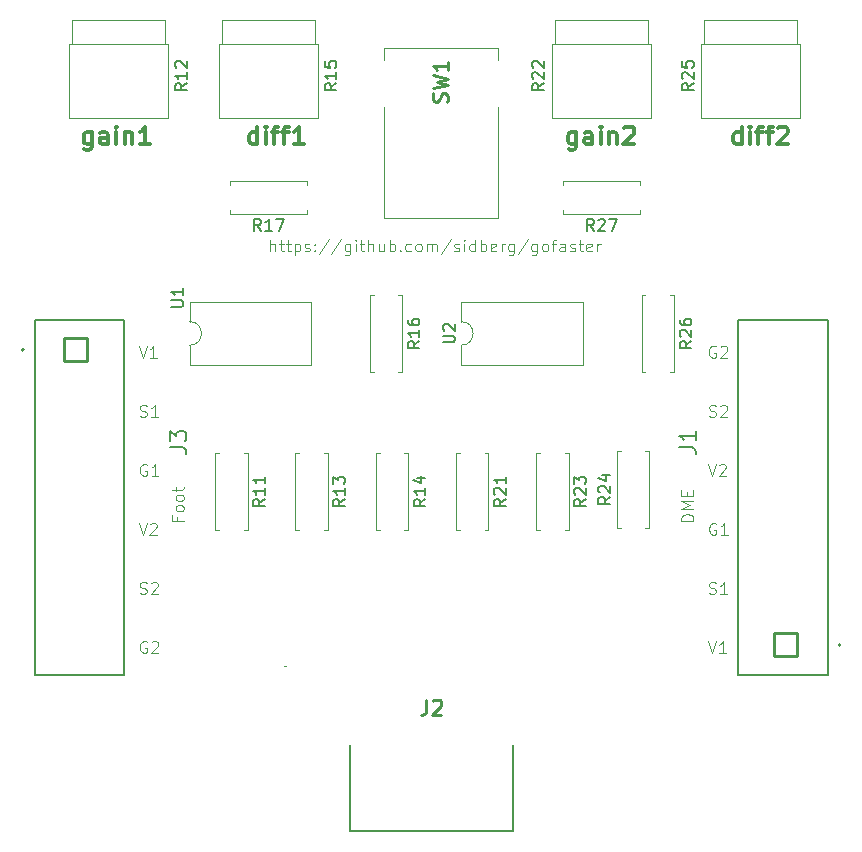
<source format=gto>
%TF.GenerationSoftware,KiCad,Pcbnew,8.0.3*%
%TF.CreationDate,2024-07-01T16:11:11-07:00*%
%TF.ProjectId,gofaster,676f6661-7374-4657-922e-6b696361645f,rev?*%
%TF.SameCoordinates,Original*%
%TF.FileFunction,Legend,Top*%
%TF.FilePolarity,Positive*%
%FSLAX46Y46*%
G04 Gerber Fmt 4.6, Leading zero omitted, Abs format (unit mm)*
G04 Created by KiCad (PCBNEW 8.0.3) date 2024-07-01 16:11:11*
%MOMM*%
%LPD*%
G01*
G04 APERTURE LIST*
G04 Aperture macros list*
%AMRoundRect*
0 Rectangle with rounded corners*
0 $1 Rounding radius*
0 $2 $3 $4 $5 $6 $7 $8 $9 X,Y pos of 4 corners*
0 Add a 4 corners polygon primitive as box body*
4,1,4,$2,$3,$4,$5,$6,$7,$8,$9,$2,$3,0*
0 Add four circle primitives for the rounded corners*
1,1,$1+$1,$2,$3*
1,1,$1+$1,$4,$5*
1,1,$1+$1,$6,$7*
1,1,$1+$1,$8,$9*
0 Add four rect primitives between the rounded corners*
20,1,$1+$1,$2,$3,$4,$5,0*
20,1,$1+$1,$4,$5,$6,$7,0*
20,1,$1+$1,$6,$7,$8,$9,0*
20,1,$1+$1,$8,$9,$2,$3,0*%
G04 Aperture macros list end*
%ADD10C,0.100000*%
%ADD11C,0.300000*%
%ADD12C,0.150000*%
%ADD13C,0.254000*%
%ADD14C,0.120000*%
%ADD15C,0.127000*%
%ADD16C,0.200000*%
%ADD17C,1.600000*%
%ADD18O,1.600000X1.600000*%
%ADD19C,1.440000*%
%ADD20RoundRect,0.102000X-0.975000X0.975000X-0.975000X-0.975000X0.975000X-0.975000X0.975000X0.975000X0*%
%ADD21C,2.154000*%
%ADD22R,1.600000X1.600000*%
%ADD23R,2.700000X2.700000*%
%ADD24C,2.700000*%
%ADD25C,4.800000*%
%ADD26C,1.400000*%
%ADD27C,6.400000*%
%ADD28RoundRect,0.102000X0.975000X-0.975000X0.975000X0.975000X-0.975000X0.975000X-0.975000X-0.975000X0*%
G04 APERTURE END LIST*
D10*
X121303884Y-117872419D02*
X121303884Y-116872419D01*
X121732455Y-117872419D02*
X121732455Y-117348609D01*
X121732455Y-117348609D02*
X121684836Y-117253371D01*
X121684836Y-117253371D02*
X121589598Y-117205752D01*
X121589598Y-117205752D02*
X121446741Y-117205752D01*
X121446741Y-117205752D02*
X121351503Y-117253371D01*
X121351503Y-117253371D02*
X121303884Y-117300990D01*
X122065789Y-117205752D02*
X122446741Y-117205752D01*
X122208646Y-116872419D02*
X122208646Y-117729561D01*
X122208646Y-117729561D02*
X122256265Y-117824800D01*
X122256265Y-117824800D02*
X122351503Y-117872419D01*
X122351503Y-117872419D02*
X122446741Y-117872419D01*
X122637218Y-117205752D02*
X123018170Y-117205752D01*
X122780075Y-116872419D02*
X122780075Y-117729561D01*
X122780075Y-117729561D02*
X122827694Y-117824800D01*
X122827694Y-117824800D02*
X122922932Y-117872419D01*
X122922932Y-117872419D02*
X123018170Y-117872419D01*
X123351504Y-117205752D02*
X123351504Y-118205752D01*
X123351504Y-117253371D02*
X123446742Y-117205752D01*
X123446742Y-117205752D02*
X123637218Y-117205752D01*
X123637218Y-117205752D02*
X123732456Y-117253371D01*
X123732456Y-117253371D02*
X123780075Y-117300990D01*
X123780075Y-117300990D02*
X123827694Y-117396228D01*
X123827694Y-117396228D02*
X123827694Y-117681942D01*
X123827694Y-117681942D02*
X123780075Y-117777180D01*
X123780075Y-117777180D02*
X123732456Y-117824800D01*
X123732456Y-117824800D02*
X123637218Y-117872419D01*
X123637218Y-117872419D02*
X123446742Y-117872419D01*
X123446742Y-117872419D02*
X123351504Y-117824800D01*
X124208647Y-117824800D02*
X124303885Y-117872419D01*
X124303885Y-117872419D02*
X124494361Y-117872419D01*
X124494361Y-117872419D02*
X124589599Y-117824800D01*
X124589599Y-117824800D02*
X124637218Y-117729561D01*
X124637218Y-117729561D02*
X124637218Y-117681942D01*
X124637218Y-117681942D02*
X124589599Y-117586704D01*
X124589599Y-117586704D02*
X124494361Y-117539085D01*
X124494361Y-117539085D02*
X124351504Y-117539085D01*
X124351504Y-117539085D02*
X124256266Y-117491466D01*
X124256266Y-117491466D02*
X124208647Y-117396228D01*
X124208647Y-117396228D02*
X124208647Y-117348609D01*
X124208647Y-117348609D02*
X124256266Y-117253371D01*
X124256266Y-117253371D02*
X124351504Y-117205752D01*
X124351504Y-117205752D02*
X124494361Y-117205752D01*
X124494361Y-117205752D02*
X124589599Y-117253371D01*
X125065790Y-117777180D02*
X125113409Y-117824800D01*
X125113409Y-117824800D02*
X125065790Y-117872419D01*
X125065790Y-117872419D02*
X125018171Y-117824800D01*
X125018171Y-117824800D02*
X125065790Y-117777180D01*
X125065790Y-117777180D02*
X125065790Y-117872419D01*
X125065790Y-117253371D02*
X125113409Y-117300990D01*
X125113409Y-117300990D02*
X125065790Y-117348609D01*
X125065790Y-117348609D02*
X125018171Y-117300990D01*
X125018171Y-117300990D02*
X125065790Y-117253371D01*
X125065790Y-117253371D02*
X125065790Y-117348609D01*
X126256265Y-116824800D02*
X125399123Y-118110514D01*
X127303884Y-116824800D02*
X126446742Y-118110514D01*
X128065789Y-117205752D02*
X128065789Y-118015276D01*
X128065789Y-118015276D02*
X128018170Y-118110514D01*
X128018170Y-118110514D02*
X127970551Y-118158133D01*
X127970551Y-118158133D02*
X127875313Y-118205752D01*
X127875313Y-118205752D02*
X127732456Y-118205752D01*
X127732456Y-118205752D02*
X127637218Y-118158133D01*
X128065789Y-117824800D02*
X127970551Y-117872419D01*
X127970551Y-117872419D02*
X127780075Y-117872419D01*
X127780075Y-117872419D02*
X127684837Y-117824800D01*
X127684837Y-117824800D02*
X127637218Y-117777180D01*
X127637218Y-117777180D02*
X127589599Y-117681942D01*
X127589599Y-117681942D02*
X127589599Y-117396228D01*
X127589599Y-117396228D02*
X127637218Y-117300990D01*
X127637218Y-117300990D02*
X127684837Y-117253371D01*
X127684837Y-117253371D02*
X127780075Y-117205752D01*
X127780075Y-117205752D02*
X127970551Y-117205752D01*
X127970551Y-117205752D02*
X128065789Y-117253371D01*
X128541980Y-117872419D02*
X128541980Y-117205752D01*
X128541980Y-116872419D02*
X128494361Y-116920038D01*
X128494361Y-116920038D02*
X128541980Y-116967657D01*
X128541980Y-116967657D02*
X128589599Y-116920038D01*
X128589599Y-116920038D02*
X128541980Y-116872419D01*
X128541980Y-116872419D02*
X128541980Y-116967657D01*
X128875313Y-117205752D02*
X129256265Y-117205752D01*
X129018170Y-116872419D02*
X129018170Y-117729561D01*
X129018170Y-117729561D02*
X129065789Y-117824800D01*
X129065789Y-117824800D02*
X129161027Y-117872419D01*
X129161027Y-117872419D02*
X129256265Y-117872419D01*
X129589599Y-117872419D02*
X129589599Y-116872419D01*
X130018170Y-117872419D02*
X130018170Y-117348609D01*
X130018170Y-117348609D02*
X129970551Y-117253371D01*
X129970551Y-117253371D02*
X129875313Y-117205752D01*
X129875313Y-117205752D02*
X129732456Y-117205752D01*
X129732456Y-117205752D02*
X129637218Y-117253371D01*
X129637218Y-117253371D02*
X129589599Y-117300990D01*
X130922932Y-117205752D02*
X130922932Y-117872419D01*
X130494361Y-117205752D02*
X130494361Y-117729561D01*
X130494361Y-117729561D02*
X130541980Y-117824800D01*
X130541980Y-117824800D02*
X130637218Y-117872419D01*
X130637218Y-117872419D02*
X130780075Y-117872419D01*
X130780075Y-117872419D02*
X130875313Y-117824800D01*
X130875313Y-117824800D02*
X130922932Y-117777180D01*
X131399123Y-117872419D02*
X131399123Y-116872419D01*
X131399123Y-117253371D02*
X131494361Y-117205752D01*
X131494361Y-117205752D02*
X131684837Y-117205752D01*
X131684837Y-117205752D02*
X131780075Y-117253371D01*
X131780075Y-117253371D02*
X131827694Y-117300990D01*
X131827694Y-117300990D02*
X131875313Y-117396228D01*
X131875313Y-117396228D02*
X131875313Y-117681942D01*
X131875313Y-117681942D02*
X131827694Y-117777180D01*
X131827694Y-117777180D02*
X131780075Y-117824800D01*
X131780075Y-117824800D02*
X131684837Y-117872419D01*
X131684837Y-117872419D02*
X131494361Y-117872419D01*
X131494361Y-117872419D02*
X131399123Y-117824800D01*
X132303885Y-117777180D02*
X132351504Y-117824800D01*
X132351504Y-117824800D02*
X132303885Y-117872419D01*
X132303885Y-117872419D02*
X132256266Y-117824800D01*
X132256266Y-117824800D02*
X132303885Y-117777180D01*
X132303885Y-117777180D02*
X132303885Y-117872419D01*
X133208646Y-117824800D02*
X133113408Y-117872419D01*
X133113408Y-117872419D02*
X132922932Y-117872419D01*
X132922932Y-117872419D02*
X132827694Y-117824800D01*
X132827694Y-117824800D02*
X132780075Y-117777180D01*
X132780075Y-117777180D02*
X132732456Y-117681942D01*
X132732456Y-117681942D02*
X132732456Y-117396228D01*
X132732456Y-117396228D02*
X132780075Y-117300990D01*
X132780075Y-117300990D02*
X132827694Y-117253371D01*
X132827694Y-117253371D02*
X132922932Y-117205752D01*
X132922932Y-117205752D02*
X133113408Y-117205752D01*
X133113408Y-117205752D02*
X133208646Y-117253371D01*
X133780075Y-117872419D02*
X133684837Y-117824800D01*
X133684837Y-117824800D02*
X133637218Y-117777180D01*
X133637218Y-117777180D02*
X133589599Y-117681942D01*
X133589599Y-117681942D02*
X133589599Y-117396228D01*
X133589599Y-117396228D02*
X133637218Y-117300990D01*
X133637218Y-117300990D02*
X133684837Y-117253371D01*
X133684837Y-117253371D02*
X133780075Y-117205752D01*
X133780075Y-117205752D02*
X133922932Y-117205752D01*
X133922932Y-117205752D02*
X134018170Y-117253371D01*
X134018170Y-117253371D02*
X134065789Y-117300990D01*
X134065789Y-117300990D02*
X134113408Y-117396228D01*
X134113408Y-117396228D02*
X134113408Y-117681942D01*
X134113408Y-117681942D02*
X134065789Y-117777180D01*
X134065789Y-117777180D02*
X134018170Y-117824800D01*
X134018170Y-117824800D02*
X133922932Y-117872419D01*
X133922932Y-117872419D02*
X133780075Y-117872419D01*
X134541980Y-117872419D02*
X134541980Y-117205752D01*
X134541980Y-117300990D02*
X134589599Y-117253371D01*
X134589599Y-117253371D02*
X134684837Y-117205752D01*
X134684837Y-117205752D02*
X134827694Y-117205752D01*
X134827694Y-117205752D02*
X134922932Y-117253371D01*
X134922932Y-117253371D02*
X134970551Y-117348609D01*
X134970551Y-117348609D02*
X134970551Y-117872419D01*
X134970551Y-117348609D02*
X135018170Y-117253371D01*
X135018170Y-117253371D02*
X135113408Y-117205752D01*
X135113408Y-117205752D02*
X135256265Y-117205752D01*
X135256265Y-117205752D02*
X135351504Y-117253371D01*
X135351504Y-117253371D02*
X135399123Y-117348609D01*
X135399123Y-117348609D02*
X135399123Y-117872419D01*
X136589598Y-116824800D02*
X135732456Y-118110514D01*
X136875313Y-117824800D02*
X136970551Y-117872419D01*
X136970551Y-117872419D02*
X137161027Y-117872419D01*
X137161027Y-117872419D02*
X137256265Y-117824800D01*
X137256265Y-117824800D02*
X137303884Y-117729561D01*
X137303884Y-117729561D02*
X137303884Y-117681942D01*
X137303884Y-117681942D02*
X137256265Y-117586704D01*
X137256265Y-117586704D02*
X137161027Y-117539085D01*
X137161027Y-117539085D02*
X137018170Y-117539085D01*
X137018170Y-117539085D02*
X136922932Y-117491466D01*
X136922932Y-117491466D02*
X136875313Y-117396228D01*
X136875313Y-117396228D02*
X136875313Y-117348609D01*
X136875313Y-117348609D02*
X136922932Y-117253371D01*
X136922932Y-117253371D02*
X137018170Y-117205752D01*
X137018170Y-117205752D02*
X137161027Y-117205752D01*
X137161027Y-117205752D02*
X137256265Y-117253371D01*
X137732456Y-117872419D02*
X137732456Y-117205752D01*
X137732456Y-116872419D02*
X137684837Y-116920038D01*
X137684837Y-116920038D02*
X137732456Y-116967657D01*
X137732456Y-116967657D02*
X137780075Y-116920038D01*
X137780075Y-116920038D02*
X137732456Y-116872419D01*
X137732456Y-116872419D02*
X137732456Y-116967657D01*
X138637217Y-117872419D02*
X138637217Y-116872419D01*
X138637217Y-117824800D02*
X138541979Y-117872419D01*
X138541979Y-117872419D02*
X138351503Y-117872419D01*
X138351503Y-117872419D02*
X138256265Y-117824800D01*
X138256265Y-117824800D02*
X138208646Y-117777180D01*
X138208646Y-117777180D02*
X138161027Y-117681942D01*
X138161027Y-117681942D02*
X138161027Y-117396228D01*
X138161027Y-117396228D02*
X138208646Y-117300990D01*
X138208646Y-117300990D02*
X138256265Y-117253371D01*
X138256265Y-117253371D02*
X138351503Y-117205752D01*
X138351503Y-117205752D02*
X138541979Y-117205752D01*
X138541979Y-117205752D02*
X138637217Y-117253371D01*
X139113408Y-117872419D02*
X139113408Y-116872419D01*
X139113408Y-117253371D02*
X139208646Y-117205752D01*
X139208646Y-117205752D02*
X139399122Y-117205752D01*
X139399122Y-117205752D02*
X139494360Y-117253371D01*
X139494360Y-117253371D02*
X139541979Y-117300990D01*
X139541979Y-117300990D02*
X139589598Y-117396228D01*
X139589598Y-117396228D02*
X139589598Y-117681942D01*
X139589598Y-117681942D02*
X139541979Y-117777180D01*
X139541979Y-117777180D02*
X139494360Y-117824800D01*
X139494360Y-117824800D02*
X139399122Y-117872419D01*
X139399122Y-117872419D02*
X139208646Y-117872419D01*
X139208646Y-117872419D02*
X139113408Y-117824800D01*
X140399122Y-117824800D02*
X140303884Y-117872419D01*
X140303884Y-117872419D02*
X140113408Y-117872419D01*
X140113408Y-117872419D02*
X140018170Y-117824800D01*
X140018170Y-117824800D02*
X139970551Y-117729561D01*
X139970551Y-117729561D02*
X139970551Y-117348609D01*
X139970551Y-117348609D02*
X140018170Y-117253371D01*
X140018170Y-117253371D02*
X140113408Y-117205752D01*
X140113408Y-117205752D02*
X140303884Y-117205752D01*
X140303884Y-117205752D02*
X140399122Y-117253371D01*
X140399122Y-117253371D02*
X140446741Y-117348609D01*
X140446741Y-117348609D02*
X140446741Y-117443847D01*
X140446741Y-117443847D02*
X139970551Y-117539085D01*
X140875313Y-117872419D02*
X140875313Y-117205752D01*
X140875313Y-117396228D02*
X140922932Y-117300990D01*
X140922932Y-117300990D02*
X140970551Y-117253371D01*
X140970551Y-117253371D02*
X141065789Y-117205752D01*
X141065789Y-117205752D02*
X141161027Y-117205752D01*
X141922932Y-117205752D02*
X141922932Y-118015276D01*
X141922932Y-118015276D02*
X141875313Y-118110514D01*
X141875313Y-118110514D02*
X141827694Y-118158133D01*
X141827694Y-118158133D02*
X141732456Y-118205752D01*
X141732456Y-118205752D02*
X141589599Y-118205752D01*
X141589599Y-118205752D02*
X141494361Y-118158133D01*
X141922932Y-117824800D02*
X141827694Y-117872419D01*
X141827694Y-117872419D02*
X141637218Y-117872419D01*
X141637218Y-117872419D02*
X141541980Y-117824800D01*
X141541980Y-117824800D02*
X141494361Y-117777180D01*
X141494361Y-117777180D02*
X141446742Y-117681942D01*
X141446742Y-117681942D02*
X141446742Y-117396228D01*
X141446742Y-117396228D02*
X141494361Y-117300990D01*
X141494361Y-117300990D02*
X141541980Y-117253371D01*
X141541980Y-117253371D02*
X141637218Y-117205752D01*
X141637218Y-117205752D02*
X141827694Y-117205752D01*
X141827694Y-117205752D02*
X141922932Y-117253371D01*
X143113408Y-116824800D02*
X142256266Y-118110514D01*
X143875313Y-117205752D02*
X143875313Y-118015276D01*
X143875313Y-118015276D02*
X143827694Y-118110514D01*
X143827694Y-118110514D02*
X143780075Y-118158133D01*
X143780075Y-118158133D02*
X143684837Y-118205752D01*
X143684837Y-118205752D02*
X143541980Y-118205752D01*
X143541980Y-118205752D02*
X143446742Y-118158133D01*
X143875313Y-117824800D02*
X143780075Y-117872419D01*
X143780075Y-117872419D02*
X143589599Y-117872419D01*
X143589599Y-117872419D02*
X143494361Y-117824800D01*
X143494361Y-117824800D02*
X143446742Y-117777180D01*
X143446742Y-117777180D02*
X143399123Y-117681942D01*
X143399123Y-117681942D02*
X143399123Y-117396228D01*
X143399123Y-117396228D02*
X143446742Y-117300990D01*
X143446742Y-117300990D02*
X143494361Y-117253371D01*
X143494361Y-117253371D02*
X143589599Y-117205752D01*
X143589599Y-117205752D02*
X143780075Y-117205752D01*
X143780075Y-117205752D02*
X143875313Y-117253371D01*
X144494361Y-117872419D02*
X144399123Y-117824800D01*
X144399123Y-117824800D02*
X144351504Y-117777180D01*
X144351504Y-117777180D02*
X144303885Y-117681942D01*
X144303885Y-117681942D02*
X144303885Y-117396228D01*
X144303885Y-117396228D02*
X144351504Y-117300990D01*
X144351504Y-117300990D02*
X144399123Y-117253371D01*
X144399123Y-117253371D02*
X144494361Y-117205752D01*
X144494361Y-117205752D02*
X144637218Y-117205752D01*
X144637218Y-117205752D02*
X144732456Y-117253371D01*
X144732456Y-117253371D02*
X144780075Y-117300990D01*
X144780075Y-117300990D02*
X144827694Y-117396228D01*
X144827694Y-117396228D02*
X144827694Y-117681942D01*
X144827694Y-117681942D02*
X144780075Y-117777180D01*
X144780075Y-117777180D02*
X144732456Y-117824800D01*
X144732456Y-117824800D02*
X144637218Y-117872419D01*
X144637218Y-117872419D02*
X144494361Y-117872419D01*
X145113409Y-117205752D02*
X145494361Y-117205752D01*
X145256266Y-117872419D02*
X145256266Y-117015276D01*
X145256266Y-117015276D02*
X145303885Y-116920038D01*
X145303885Y-116920038D02*
X145399123Y-116872419D01*
X145399123Y-116872419D02*
X145494361Y-116872419D01*
X146256266Y-117872419D02*
X146256266Y-117348609D01*
X146256266Y-117348609D02*
X146208647Y-117253371D01*
X146208647Y-117253371D02*
X146113409Y-117205752D01*
X146113409Y-117205752D02*
X145922933Y-117205752D01*
X145922933Y-117205752D02*
X145827695Y-117253371D01*
X146256266Y-117824800D02*
X146161028Y-117872419D01*
X146161028Y-117872419D02*
X145922933Y-117872419D01*
X145922933Y-117872419D02*
X145827695Y-117824800D01*
X145827695Y-117824800D02*
X145780076Y-117729561D01*
X145780076Y-117729561D02*
X145780076Y-117634323D01*
X145780076Y-117634323D02*
X145827695Y-117539085D01*
X145827695Y-117539085D02*
X145922933Y-117491466D01*
X145922933Y-117491466D02*
X146161028Y-117491466D01*
X146161028Y-117491466D02*
X146256266Y-117443847D01*
X146684838Y-117824800D02*
X146780076Y-117872419D01*
X146780076Y-117872419D02*
X146970552Y-117872419D01*
X146970552Y-117872419D02*
X147065790Y-117824800D01*
X147065790Y-117824800D02*
X147113409Y-117729561D01*
X147113409Y-117729561D02*
X147113409Y-117681942D01*
X147113409Y-117681942D02*
X147065790Y-117586704D01*
X147065790Y-117586704D02*
X146970552Y-117539085D01*
X146970552Y-117539085D02*
X146827695Y-117539085D01*
X146827695Y-117539085D02*
X146732457Y-117491466D01*
X146732457Y-117491466D02*
X146684838Y-117396228D01*
X146684838Y-117396228D02*
X146684838Y-117348609D01*
X146684838Y-117348609D02*
X146732457Y-117253371D01*
X146732457Y-117253371D02*
X146827695Y-117205752D01*
X146827695Y-117205752D02*
X146970552Y-117205752D01*
X146970552Y-117205752D02*
X147065790Y-117253371D01*
X147399124Y-117205752D02*
X147780076Y-117205752D01*
X147541981Y-116872419D02*
X147541981Y-117729561D01*
X147541981Y-117729561D02*
X147589600Y-117824800D01*
X147589600Y-117824800D02*
X147684838Y-117872419D01*
X147684838Y-117872419D02*
X147780076Y-117872419D01*
X148494362Y-117824800D02*
X148399124Y-117872419D01*
X148399124Y-117872419D02*
X148208648Y-117872419D01*
X148208648Y-117872419D02*
X148113410Y-117824800D01*
X148113410Y-117824800D02*
X148065791Y-117729561D01*
X148065791Y-117729561D02*
X148065791Y-117348609D01*
X148065791Y-117348609D02*
X148113410Y-117253371D01*
X148113410Y-117253371D02*
X148208648Y-117205752D01*
X148208648Y-117205752D02*
X148399124Y-117205752D01*
X148399124Y-117205752D02*
X148494362Y-117253371D01*
X148494362Y-117253371D02*
X148541981Y-117348609D01*
X148541981Y-117348609D02*
X148541981Y-117443847D01*
X148541981Y-117443847D02*
X148065791Y-117539085D01*
X148970553Y-117872419D02*
X148970553Y-117205752D01*
X148970553Y-117396228D02*
X149018172Y-117300990D01*
X149018172Y-117300990D02*
X149065791Y-117253371D01*
X149065791Y-117253371D02*
X149161029Y-117205752D01*
X149161029Y-117205752D02*
X149256267Y-117205752D01*
D11*
X106197368Y-107800828D02*
X106197368Y-109015114D01*
X106197368Y-109015114D02*
X106125939Y-109157971D01*
X106125939Y-109157971D02*
X106054510Y-109229400D01*
X106054510Y-109229400D02*
X105911653Y-109300828D01*
X105911653Y-109300828D02*
X105697368Y-109300828D01*
X105697368Y-109300828D02*
X105554510Y-109229400D01*
X106197368Y-108729400D02*
X106054510Y-108800828D01*
X106054510Y-108800828D02*
X105768796Y-108800828D01*
X105768796Y-108800828D02*
X105625939Y-108729400D01*
X105625939Y-108729400D02*
X105554510Y-108657971D01*
X105554510Y-108657971D02*
X105483082Y-108515114D01*
X105483082Y-108515114D02*
X105483082Y-108086542D01*
X105483082Y-108086542D02*
X105554510Y-107943685D01*
X105554510Y-107943685D02*
X105625939Y-107872257D01*
X105625939Y-107872257D02*
X105768796Y-107800828D01*
X105768796Y-107800828D02*
X106054510Y-107800828D01*
X106054510Y-107800828D02*
X106197368Y-107872257D01*
X107554511Y-108800828D02*
X107554511Y-108015114D01*
X107554511Y-108015114D02*
X107483082Y-107872257D01*
X107483082Y-107872257D02*
X107340225Y-107800828D01*
X107340225Y-107800828D02*
X107054511Y-107800828D01*
X107054511Y-107800828D02*
X106911653Y-107872257D01*
X107554511Y-108729400D02*
X107411653Y-108800828D01*
X107411653Y-108800828D02*
X107054511Y-108800828D01*
X107054511Y-108800828D02*
X106911653Y-108729400D01*
X106911653Y-108729400D02*
X106840225Y-108586542D01*
X106840225Y-108586542D02*
X106840225Y-108443685D01*
X106840225Y-108443685D02*
X106911653Y-108300828D01*
X106911653Y-108300828D02*
X107054511Y-108229400D01*
X107054511Y-108229400D02*
X107411653Y-108229400D01*
X107411653Y-108229400D02*
X107554511Y-108157971D01*
X108268796Y-108800828D02*
X108268796Y-107800828D01*
X108268796Y-107300828D02*
X108197368Y-107372257D01*
X108197368Y-107372257D02*
X108268796Y-107443685D01*
X108268796Y-107443685D02*
X108340225Y-107372257D01*
X108340225Y-107372257D02*
X108268796Y-107300828D01*
X108268796Y-107300828D02*
X108268796Y-107443685D01*
X108983082Y-107800828D02*
X108983082Y-108800828D01*
X108983082Y-107943685D02*
X109054511Y-107872257D01*
X109054511Y-107872257D02*
X109197368Y-107800828D01*
X109197368Y-107800828D02*
X109411654Y-107800828D01*
X109411654Y-107800828D02*
X109554511Y-107872257D01*
X109554511Y-107872257D02*
X109625940Y-108015114D01*
X109625940Y-108015114D02*
X109625940Y-108800828D01*
X111125940Y-108800828D02*
X110268797Y-108800828D01*
X110697368Y-108800828D02*
X110697368Y-107300828D01*
X110697368Y-107300828D02*
X110554511Y-107515114D01*
X110554511Y-107515114D02*
X110411654Y-107657971D01*
X110411654Y-107657971D02*
X110268797Y-107729400D01*
D10*
X158361027Y-135872419D02*
X158694360Y-136872419D01*
X158694360Y-136872419D02*
X159027693Y-135872419D01*
X159313408Y-135967657D02*
X159361027Y-135920038D01*
X159361027Y-135920038D02*
X159456265Y-135872419D01*
X159456265Y-135872419D02*
X159694360Y-135872419D01*
X159694360Y-135872419D02*
X159789598Y-135920038D01*
X159789598Y-135920038D02*
X159837217Y-135967657D01*
X159837217Y-135967657D02*
X159884836Y-136062895D01*
X159884836Y-136062895D02*
X159884836Y-136158133D01*
X159884836Y-136158133D02*
X159837217Y-136300990D01*
X159837217Y-136300990D02*
X159265789Y-136872419D01*
X159265789Y-136872419D02*
X159884836Y-136872419D01*
X110161027Y-140872419D02*
X110494360Y-141872419D01*
X110494360Y-141872419D02*
X110827693Y-140872419D01*
X111113408Y-140967657D02*
X111161027Y-140920038D01*
X111161027Y-140920038D02*
X111256265Y-140872419D01*
X111256265Y-140872419D02*
X111494360Y-140872419D01*
X111494360Y-140872419D02*
X111589598Y-140920038D01*
X111589598Y-140920038D02*
X111637217Y-140967657D01*
X111637217Y-140967657D02*
X111684836Y-141062895D01*
X111684836Y-141062895D02*
X111684836Y-141158133D01*
X111684836Y-141158133D02*
X111637217Y-141300990D01*
X111637217Y-141300990D02*
X111065789Y-141872419D01*
X111065789Y-141872419D02*
X111684836Y-141872419D01*
D11*
X147197368Y-107800828D02*
X147197368Y-109015114D01*
X147197368Y-109015114D02*
X147125939Y-109157971D01*
X147125939Y-109157971D02*
X147054510Y-109229400D01*
X147054510Y-109229400D02*
X146911653Y-109300828D01*
X146911653Y-109300828D02*
X146697368Y-109300828D01*
X146697368Y-109300828D02*
X146554510Y-109229400D01*
X147197368Y-108729400D02*
X147054510Y-108800828D01*
X147054510Y-108800828D02*
X146768796Y-108800828D01*
X146768796Y-108800828D02*
X146625939Y-108729400D01*
X146625939Y-108729400D02*
X146554510Y-108657971D01*
X146554510Y-108657971D02*
X146483082Y-108515114D01*
X146483082Y-108515114D02*
X146483082Y-108086542D01*
X146483082Y-108086542D02*
X146554510Y-107943685D01*
X146554510Y-107943685D02*
X146625939Y-107872257D01*
X146625939Y-107872257D02*
X146768796Y-107800828D01*
X146768796Y-107800828D02*
X147054510Y-107800828D01*
X147054510Y-107800828D02*
X147197368Y-107872257D01*
X148554511Y-108800828D02*
X148554511Y-108015114D01*
X148554511Y-108015114D02*
X148483082Y-107872257D01*
X148483082Y-107872257D02*
X148340225Y-107800828D01*
X148340225Y-107800828D02*
X148054511Y-107800828D01*
X148054511Y-107800828D02*
X147911653Y-107872257D01*
X148554511Y-108729400D02*
X148411653Y-108800828D01*
X148411653Y-108800828D02*
X148054511Y-108800828D01*
X148054511Y-108800828D02*
X147911653Y-108729400D01*
X147911653Y-108729400D02*
X147840225Y-108586542D01*
X147840225Y-108586542D02*
X147840225Y-108443685D01*
X147840225Y-108443685D02*
X147911653Y-108300828D01*
X147911653Y-108300828D02*
X148054511Y-108229400D01*
X148054511Y-108229400D02*
X148411653Y-108229400D01*
X148411653Y-108229400D02*
X148554511Y-108157971D01*
X149268796Y-108800828D02*
X149268796Y-107800828D01*
X149268796Y-107300828D02*
X149197368Y-107372257D01*
X149197368Y-107372257D02*
X149268796Y-107443685D01*
X149268796Y-107443685D02*
X149340225Y-107372257D01*
X149340225Y-107372257D02*
X149268796Y-107300828D01*
X149268796Y-107300828D02*
X149268796Y-107443685D01*
X149983082Y-107800828D02*
X149983082Y-108800828D01*
X149983082Y-107943685D02*
X150054511Y-107872257D01*
X150054511Y-107872257D02*
X150197368Y-107800828D01*
X150197368Y-107800828D02*
X150411654Y-107800828D01*
X150411654Y-107800828D02*
X150554511Y-107872257D01*
X150554511Y-107872257D02*
X150625940Y-108015114D01*
X150625940Y-108015114D02*
X150625940Y-108800828D01*
X151268797Y-107443685D02*
X151340225Y-107372257D01*
X151340225Y-107372257D02*
X151483083Y-107300828D01*
X151483083Y-107300828D02*
X151840225Y-107300828D01*
X151840225Y-107300828D02*
X151983083Y-107372257D01*
X151983083Y-107372257D02*
X152054511Y-107443685D01*
X152054511Y-107443685D02*
X152125940Y-107586542D01*
X152125940Y-107586542D02*
X152125940Y-107729400D01*
X152125940Y-107729400D02*
X152054511Y-107943685D01*
X152054511Y-107943685D02*
X151197368Y-108800828D01*
X151197368Y-108800828D02*
X152125940Y-108800828D01*
X161197368Y-108800828D02*
X161197368Y-107300828D01*
X161197368Y-108729400D02*
X161054510Y-108800828D01*
X161054510Y-108800828D02*
X160768796Y-108800828D01*
X160768796Y-108800828D02*
X160625939Y-108729400D01*
X160625939Y-108729400D02*
X160554510Y-108657971D01*
X160554510Y-108657971D02*
X160483082Y-108515114D01*
X160483082Y-108515114D02*
X160483082Y-108086542D01*
X160483082Y-108086542D02*
X160554510Y-107943685D01*
X160554510Y-107943685D02*
X160625939Y-107872257D01*
X160625939Y-107872257D02*
X160768796Y-107800828D01*
X160768796Y-107800828D02*
X161054510Y-107800828D01*
X161054510Y-107800828D02*
X161197368Y-107872257D01*
X161911653Y-108800828D02*
X161911653Y-107800828D01*
X161911653Y-107300828D02*
X161840225Y-107372257D01*
X161840225Y-107372257D02*
X161911653Y-107443685D01*
X161911653Y-107443685D02*
X161983082Y-107372257D01*
X161983082Y-107372257D02*
X161911653Y-107300828D01*
X161911653Y-107300828D02*
X161911653Y-107443685D01*
X162411654Y-107800828D02*
X162983082Y-107800828D01*
X162625939Y-108800828D02*
X162625939Y-107515114D01*
X162625939Y-107515114D02*
X162697368Y-107372257D01*
X162697368Y-107372257D02*
X162840225Y-107300828D01*
X162840225Y-107300828D02*
X162983082Y-107300828D01*
X163268797Y-107800828D02*
X163840225Y-107800828D01*
X163483082Y-108800828D02*
X163483082Y-107515114D01*
X163483082Y-107515114D02*
X163554511Y-107372257D01*
X163554511Y-107372257D02*
X163697368Y-107300828D01*
X163697368Y-107300828D02*
X163840225Y-107300828D01*
X164268797Y-107443685D02*
X164340225Y-107372257D01*
X164340225Y-107372257D02*
X164483083Y-107300828D01*
X164483083Y-107300828D02*
X164840225Y-107300828D01*
X164840225Y-107300828D02*
X164983083Y-107372257D01*
X164983083Y-107372257D02*
X165054511Y-107443685D01*
X165054511Y-107443685D02*
X165125940Y-107586542D01*
X165125940Y-107586542D02*
X165125940Y-107729400D01*
X165125940Y-107729400D02*
X165054511Y-107943685D01*
X165054511Y-107943685D02*
X164197368Y-108800828D01*
X164197368Y-108800828D02*
X165125940Y-108800828D01*
D10*
X110161027Y-125872419D02*
X110494360Y-126872419D01*
X110494360Y-126872419D02*
X110827693Y-125872419D01*
X111684836Y-126872419D02*
X111113408Y-126872419D01*
X111399122Y-126872419D02*
X111399122Y-125872419D01*
X111399122Y-125872419D02*
X111303884Y-126015276D01*
X111303884Y-126015276D02*
X111208646Y-126110514D01*
X111208646Y-126110514D02*
X111113408Y-126158133D01*
X110256265Y-131824800D02*
X110399122Y-131872419D01*
X110399122Y-131872419D02*
X110637217Y-131872419D01*
X110637217Y-131872419D02*
X110732455Y-131824800D01*
X110732455Y-131824800D02*
X110780074Y-131777180D01*
X110780074Y-131777180D02*
X110827693Y-131681942D01*
X110827693Y-131681942D02*
X110827693Y-131586704D01*
X110827693Y-131586704D02*
X110780074Y-131491466D01*
X110780074Y-131491466D02*
X110732455Y-131443847D01*
X110732455Y-131443847D02*
X110637217Y-131396228D01*
X110637217Y-131396228D02*
X110446741Y-131348609D01*
X110446741Y-131348609D02*
X110351503Y-131300990D01*
X110351503Y-131300990D02*
X110303884Y-131253371D01*
X110303884Y-131253371D02*
X110256265Y-131158133D01*
X110256265Y-131158133D02*
X110256265Y-131062895D01*
X110256265Y-131062895D02*
X110303884Y-130967657D01*
X110303884Y-130967657D02*
X110351503Y-130920038D01*
X110351503Y-130920038D02*
X110446741Y-130872419D01*
X110446741Y-130872419D02*
X110684836Y-130872419D01*
X110684836Y-130872419D02*
X110827693Y-130920038D01*
X111780074Y-131872419D02*
X111208646Y-131872419D01*
X111494360Y-131872419D02*
X111494360Y-130872419D01*
X111494360Y-130872419D02*
X111399122Y-131015276D01*
X111399122Y-131015276D02*
X111303884Y-131110514D01*
X111303884Y-131110514D02*
X111208646Y-131158133D01*
X110827693Y-150920038D02*
X110732455Y-150872419D01*
X110732455Y-150872419D02*
X110589598Y-150872419D01*
X110589598Y-150872419D02*
X110446741Y-150920038D01*
X110446741Y-150920038D02*
X110351503Y-151015276D01*
X110351503Y-151015276D02*
X110303884Y-151110514D01*
X110303884Y-151110514D02*
X110256265Y-151300990D01*
X110256265Y-151300990D02*
X110256265Y-151443847D01*
X110256265Y-151443847D02*
X110303884Y-151634323D01*
X110303884Y-151634323D02*
X110351503Y-151729561D01*
X110351503Y-151729561D02*
X110446741Y-151824800D01*
X110446741Y-151824800D02*
X110589598Y-151872419D01*
X110589598Y-151872419D02*
X110684836Y-151872419D01*
X110684836Y-151872419D02*
X110827693Y-151824800D01*
X110827693Y-151824800D02*
X110875312Y-151777180D01*
X110875312Y-151777180D02*
X110875312Y-151443847D01*
X110875312Y-151443847D02*
X110684836Y-151443847D01*
X111256265Y-150967657D02*
X111303884Y-150920038D01*
X111303884Y-150920038D02*
X111399122Y-150872419D01*
X111399122Y-150872419D02*
X111637217Y-150872419D01*
X111637217Y-150872419D02*
X111732455Y-150920038D01*
X111732455Y-150920038D02*
X111780074Y-150967657D01*
X111780074Y-150967657D02*
X111827693Y-151062895D01*
X111827693Y-151062895D02*
X111827693Y-151158133D01*
X111827693Y-151158133D02*
X111780074Y-151300990D01*
X111780074Y-151300990D02*
X111208646Y-151872419D01*
X111208646Y-151872419D02*
X111827693Y-151872419D01*
X110256265Y-146824800D02*
X110399122Y-146872419D01*
X110399122Y-146872419D02*
X110637217Y-146872419D01*
X110637217Y-146872419D02*
X110732455Y-146824800D01*
X110732455Y-146824800D02*
X110780074Y-146777180D01*
X110780074Y-146777180D02*
X110827693Y-146681942D01*
X110827693Y-146681942D02*
X110827693Y-146586704D01*
X110827693Y-146586704D02*
X110780074Y-146491466D01*
X110780074Y-146491466D02*
X110732455Y-146443847D01*
X110732455Y-146443847D02*
X110637217Y-146396228D01*
X110637217Y-146396228D02*
X110446741Y-146348609D01*
X110446741Y-146348609D02*
X110351503Y-146300990D01*
X110351503Y-146300990D02*
X110303884Y-146253371D01*
X110303884Y-146253371D02*
X110256265Y-146158133D01*
X110256265Y-146158133D02*
X110256265Y-146062895D01*
X110256265Y-146062895D02*
X110303884Y-145967657D01*
X110303884Y-145967657D02*
X110351503Y-145920038D01*
X110351503Y-145920038D02*
X110446741Y-145872419D01*
X110446741Y-145872419D02*
X110684836Y-145872419D01*
X110684836Y-145872419D02*
X110827693Y-145920038D01*
X111208646Y-145967657D02*
X111256265Y-145920038D01*
X111256265Y-145920038D02*
X111351503Y-145872419D01*
X111351503Y-145872419D02*
X111589598Y-145872419D01*
X111589598Y-145872419D02*
X111684836Y-145920038D01*
X111684836Y-145920038D02*
X111732455Y-145967657D01*
X111732455Y-145967657D02*
X111780074Y-146062895D01*
X111780074Y-146062895D02*
X111780074Y-146158133D01*
X111780074Y-146158133D02*
X111732455Y-146300990D01*
X111732455Y-146300990D02*
X111161027Y-146872419D01*
X111161027Y-146872419D02*
X111780074Y-146872419D01*
X158456265Y-131824800D02*
X158599122Y-131872419D01*
X158599122Y-131872419D02*
X158837217Y-131872419D01*
X158837217Y-131872419D02*
X158932455Y-131824800D01*
X158932455Y-131824800D02*
X158980074Y-131777180D01*
X158980074Y-131777180D02*
X159027693Y-131681942D01*
X159027693Y-131681942D02*
X159027693Y-131586704D01*
X159027693Y-131586704D02*
X158980074Y-131491466D01*
X158980074Y-131491466D02*
X158932455Y-131443847D01*
X158932455Y-131443847D02*
X158837217Y-131396228D01*
X158837217Y-131396228D02*
X158646741Y-131348609D01*
X158646741Y-131348609D02*
X158551503Y-131300990D01*
X158551503Y-131300990D02*
X158503884Y-131253371D01*
X158503884Y-131253371D02*
X158456265Y-131158133D01*
X158456265Y-131158133D02*
X158456265Y-131062895D01*
X158456265Y-131062895D02*
X158503884Y-130967657D01*
X158503884Y-130967657D02*
X158551503Y-130920038D01*
X158551503Y-130920038D02*
X158646741Y-130872419D01*
X158646741Y-130872419D02*
X158884836Y-130872419D01*
X158884836Y-130872419D02*
X159027693Y-130920038D01*
X159408646Y-130967657D02*
X159456265Y-130920038D01*
X159456265Y-130920038D02*
X159551503Y-130872419D01*
X159551503Y-130872419D02*
X159789598Y-130872419D01*
X159789598Y-130872419D02*
X159884836Y-130920038D01*
X159884836Y-130920038D02*
X159932455Y-130967657D01*
X159932455Y-130967657D02*
X159980074Y-131062895D01*
X159980074Y-131062895D02*
X159980074Y-131158133D01*
X159980074Y-131158133D02*
X159932455Y-131300990D01*
X159932455Y-131300990D02*
X159361027Y-131872419D01*
X159361027Y-131872419D02*
X159980074Y-131872419D01*
X158456265Y-146824800D02*
X158599122Y-146872419D01*
X158599122Y-146872419D02*
X158837217Y-146872419D01*
X158837217Y-146872419D02*
X158932455Y-146824800D01*
X158932455Y-146824800D02*
X158980074Y-146777180D01*
X158980074Y-146777180D02*
X159027693Y-146681942D01*
X159027693Y-146681942D02*
X159027693Y-146586704D01*
X159027693Y-146586704D02*
X158980074Y-146491466D01*
X158980074Y-146491466D02*
X158932455Y-146443847D01*
X158932455Y-146443847D02*
X158837217Y-146396228D01*
X158837217Y-146396228D02*
X158646741Y-146348609D01*
X158646741Y-146348609D02*
X158551503Y-146300990D01*
X158551503Y-146300990D02*
X158503884Y-146253371D01*
X158503884Y-146253371D02*
X158456265Y-146158133D01*
X158456265Y-146158133D02*
X158456265Y-146062895D01*
X158456265Y-146062895D02*
X158503884Y-145967657D01*
X158503884Y-145967657D02*
X158551503Y-145920038D01*
X158551503Y-145920038D02*
X158646741Y-145872419D01*
X158646741Y-145872419D02*
X158884836Y-145872419D01*
X158884836Y-145872419D02*
X159027693Y-145920038D01*
X159980074Y-146872419D02*
X159408646Y-146872419D01*
X159694360Y-146872419D02*
X159694360Y-145872419D01*
X159694360Y-145872419D02*
X159599122Y-146015276D01*
X159599122Y-146015276D02*
X159503884Y-146110514D01*
X159503884Y-146110514D02*
X159408646Y-146158133D01*
X158361027Y-150872419D02*
X158694360Y-151872419D01*
X158694360Y-151872419D02*
X159027693Y-150872419D01*
X159884836Y-151872419D02*
X159313408Y-151872419D01*
X159599122Y-151872419D02*
X159599122Y-150872419D01*
X159599122Y-150872419D02*
X159503884Y-151015276D01*
X159503884Y-151015276D02*
X159408646Y-151110514D01*
X159408646Y-151110514D02*
X159313408Y-151158133D01*
X113440491Y-140362782D02*
X113440491Y-140696115D01*
X113964301Y-140696115D02*
X112964301Y-140696115D01*
X112964301Y-140696115D02*
X112964301Y-140219925D01*
X113964301Y-139696115D02*
X113916682Y-139791353D01*
X113916682Y-139791353D02*
X113869062Y-139838972D01*
X113869062Y-139838972D02*
X113773824Y-139886591D01*
X113773824Y-139886591D02*
X113488110Y-139886591D01*
X113488110Y-139886591D02*
X113392872Y-139838972D01*
X113392872Y-139838972D02*
X113345253Y-139791353D01*
X113345253Y-139791353D02*
X113297634Y-139696115D01*
X113297634Y-139696115D02*
X113297634Y-139553258D01*
X113297634Y-139553258D02*
X113345253Y-139458020D01*
X113345253Y-139458020D02*
X113392872Y-139410401D01*
X113392872Y-139410401D02*
X113488110Y-139362782D01*
X113488110Y-139362782D02*
X113773824Y-139362782D01*
X113773824Y-139362782D02*
X113869062Y-139410401D01*
X113869062Y-139410401D02*
X113916682Y-139458020D01*
X113916682Y-139458020D02*
X113964301Y-139553258D01*
X113964301Y-139553258D02*
X113964301Y-139696115D01*
X113964301Y-138791353D02*
X113916682Y-138886591D01*
X113916682Y-138886591D02*
X113869062Y-138934210D01*
X113869062Y-138934210D02*
X113773824Y-138981829D01*
X113773824Y-138981829D02*
X113488110Y-138981829D01*
X113488110Y-138981829D02*
X113392872Y-138934210D01*
X113392872Y-138934210D02*
X113345253Y-138886591D01*
X113345253Y-138886591D02*
X113297634Y-138791353D01*
X113297634Y-138791353D02*
X113297634Y-138648496D01*
X113297634Y-138648496D02*
X113345253Y-138553258D01*
X113345253Y-138553258D02*
X113392872Y-138505639D01*
X113392872Y-138505639D02*
X113488110Y-138458020D01*
X113488110Y-138458020D02*
X113773824Y-138458020D01*
X113773824Y-138458020D02*
X113869062Y-138505639D01*
X113869062Y-138505639D02*
X113916682Y-138553258D01*
X113916682Y-138553258D02*
X113964301Y-138648496D01*
X113964301Y-138648496D02*
X113964301Y-138791353D01*
X113297634Y-138172305D02*
X113297634Y-137791353D01*
X112964301Y-138029448D02*
X113821443Y-138029448D01*
X113821443Y-138029448D02*
X113916682Y-137981829D01*
X113916682Y-137981829D02*
X113964301Y-137886591D01*
X113964301Y-137886591D02*
X113964301Y-137791353D01*
X159003884Y-125920038D02*
X158908646Y-125872419D01*
X158908646Y-125872419D02*
X158765789Y-125872419D01*
X158765789Y-125872419D02*
X158622932Y-125920038D01*
X158622932Y-125920038D02*
X158527694Y-126015276D01*
X158527694Y-126015276D02*
X158480075Y-126110514D01*
X158480075Y-126110514D02*
X158432456Y-126300990D01*
X158432456Y-126300990D02*
X158432456Y-126443847D01*
X158432456Y-126443847D02*
X158480075Y-126634323D01*
X158480075Y-126634323D02*
X158527694Y-126729561D01*
X158527694Y-126729561D02*
X158622932Y-126824800D01*
X158622932Y-126824800D02*
X158765789Y-126872419D01*
X158765789Y-126872419D02*
X158861027Y-126872419D01*
X158861027Y-126872419D02*
X159003884Y-126824800D01*
X159003884Y-126824800D02*
X159051503Y-126777180D01*
X159051503Y-126777180D02*
X159051503Y-126443847D01*
X159051503Y-126443847D02*
X158861027Y-126443847D01*
X159432456Y-125967657D02*
X159480075Y-125920038D01*
X159480075Y-125920038D02*
X159575313Y-125872419D01*
X159575313Y-125872419D02*
X159813408Y-125872419D01*
X159813408Y-125872419D02*
X159908646Y-125920038D01*
X159908646Y-125920038D02*
X159956265Y-125967657D01*
X159956265Y-125967657D02*
X160003884Y-126062895D01*
X160003884Y-126062895D02*
X160003884Y-126158133D01*
X160003884Y-126158133D02*
X159956265Y-126300990D01*
X159956265Y-126300990D02*
X159384837Y-126872419D01*
X159384837Y-126872419D02*
X160003884Y-126872419D01*
X159027693Y-140920038D02*
X158932455Y-140872419D01*
X158932455Y-140872419D02*
X158789598Y-140872419D01*
X158789598Y-140872419D02*
X158646741Y-140920038D01*
X158646741Y-140920038D02*
X158551503Y-141015276D01*
X158551503Y-141015276D02*
X158503884Y-141110514D01*
X158503884Y-141110514D02*
X158456265Y-141300990D01*
X158456265Y-141300990D02*
X158456265Y-141443847D01*
X158456265Y-141443847D02*
X158503884Y-141634323D01*
X158503884Y-141634323D02*
X158551503Y-141729561D01*
X158551503Y-141729561D02*
X158646741Y-141824800D01*
X158646741Y-141824800D02*
X158789598Y-141872419D01*
X158789598Y-141872419D02*
X158884836Y-141872419D01*
X158884836Y-141872419D02*
X159027693Y-141824800D01*
X159027693Y-141824800D02*
X159075312Y-141777180D01*
X159075312Y-141777180D02*
X159075312Y-141443847D01*
X159075312Y-141443847D02*
X158884836Y-141443847D01*
X160027693Y-141872419D02*
X159456265Y-141872419D01*
X159741979Y-141872419D02*
X159741979Y-140872419D01*
X159741979Y-140872419D02*
X159646741Y-141015276D01*
X159646741Y-141015276D02*
X159551503Y-141110514D01*
X159551503Y-141110514D02*
X159456265Y-141158133D01*
X157111919Y-140696115D02*
X156111919Y-140696115D01*
X156111919Y-140696115D02*
X156111919Y-140458020D01*
X156111919Y-140458020D02*
X156159538Y-140315163D01*
X156159538Y-140315163D02*
X156254776Y-140219925D01*
X156254776Y-140219925D02*
X156350014Y-140172306D01*
X156350014Y-140172306D02*
X156540490Y-140124687D01*
X156540490Y-140124687D02*
X156683347Y-140124687D01*
X156683347Y-140124687D02*
X156873823Y-140172306D01*
X156873823Y-140172306D02*
X156969061Y-140219925D01*
X156969061Y-140219925D02*
X157064300Y-140315163D01*
X157064300Y-140315163D02*
X157111919Y-140458020D01*
X157111919Y-140458020D02*
X157111919Y-140696115D01*
X157111919Y-139696115D02*
X156111919Y-139696115D01*
X156111919Y-139696115D02*
X156826204Y-139362782D01*
X156826204Y-139362782D02*
X156111919Y-139029449D01*
X156111919Y-139029449D02*
X157111919Y-139029449D01*
X156588109Y-138553258D02*
X156588109Y-138219925D01*
X157111919Y-138077068D02*
X157111919Y-138553258D01*
X157111919Y-138553258D02*
X156111919Y-138553258D01*
X156111919Y-138553258D02*
X156111919Y-138077068D01*
X110827693Y-135920038D02*
X110732455Y-135872419D01*
X110732455Y-135872419D02*
X110589598Y-135872419D01*
X110589598Y-135872419D02*
X110446741Y-135920038D01*
X110446741Y-135920038D02*
X110351503Y-136015276D01*
X110351503Y-136015276D02*
X110303884Y-136110514D01*
X110303884Y-136110514D02*
X110256265Y-136300990D01*
X110256265Y-136300990D02*
X110256265Y-136443847D01*
X110256265Y-136443847D02*
X110303884Y-136634323D01*
X110303884Y-136634323D02*
X110351503Y-136729561D01*
X110351503Y-136729561D02*
X110446741Y-136824800D01*
X110446741Y-136824800D02*
X110589598Y-136872419D01*
X110589598Y-136872419D02*
X110684836Y-136872419D01*
X110684836Y-136872419D02*
X110827693Y-136824800D01*
X110827693Y-136824800D02*
X110875312Y-136777180D01*
X110875312Y-136777180D02*
X110875312Y-136443847D01*
X110875312Y-136443847D02*
X110684836Y-136443847D01*
X111827693Y-136872419D02*
X111256265Y-136872419D01*
X111541979Y-136872419D02*
X111541979Y-135872419D01*
X111541979Y-135872419D02*
X111446741Y-136015276D01*
X111446741Y-136015276D02*
X111351503Y-136110514D01*
X111351503Y-136110514D02*
X111256265Y-136158133D01*
D11*
X120197368Y-108800828D02*
X120197368Y-107300828D01*
X120197368Y-108729400D02*
X120054510Y-108800828D01*
X120054510Y-108800828D02*
X119768796Y-108800828D01*
X119768796Y-108800828D02*
X119625939Y-108729400D01*
X119625939Y-108729400D02*
X119554510Y-108657971D01*
X119554510Y-108657971D02*
X119483082Y-108515114D01*
X119483082Y-108515114D02*
X119483082Y-108086542D01*
X119483082Y-108086542D02*
X119554510Y-107943685D01*
X119554510Y-107943685D02*
X119625939Y-107872257D01*
X119625939Y-107872257D02*
X119768796Y-107800828D01*
X119768796Y-107800828D02*
X120054510Y-107800828D01*
X120054510Y-107800828D02*
X120197368Y-107872257D01*
X120911653Y-108800828D02*
X120911653Y-107800828D01*
X120911653Y-107300828D02*
X120840225Y-107372257D01*
X120840225Y-107372257D02*
X120911653Y-107443685D01*
X120911653Y-107443685D02*
X120983082Y-107372257D01*
X120983082Y-107372257D02*
X120911653Y-107300828D01*
X120911653Y-107300828D02*
X120911653Y-107443685D01*
X121411654Y-107800828D02*
X121983082Y-107800828D01*
X121625939Y-108800828D02*
X121625939Y-107515114D01*
X121625939Y-107515114D02*
X121697368Y-107372257D01*
X121697368Y-107372257D02*
X121840225Y-107300828D01*
X121840225Y-107300828D02*
X121983082Y-107300828D01*
X122268797Y-107800828D02*
X122840225Y-107800828D01*
X122483082Y-108800828D02*
X122483082Y-107515114D01*
X122483082Y-107515114D02*
X122554511Y-107372257D01*
X122554511Y-107372257D02*
X122697368Y-107300828D01*
X122697368Y-107300828D02*
X122840225Y-107300828D01*
X124125940Y-108800828D02*
X123268797Y-108800828D01*
X123697368Y-108800828D02*
X123697368Y-107300828D01*
X123697368Y-107300828D02*
X123554511Y-107515114D01*
X123554511Y-107515114D02*
X123411654Y-107657971D01*
X123411654Y-107657971D02*
X123268797Y-107729400D01*
D12*
X156954819Y-125462857D02*
X156478628Y-125796190D01*
X156954819Y-126034285D02*
X155954819Y-126034285D01*
X155954819Y-126034285D02*
X155954819Y-125653333D01*
X155954819Y-125653333D02*
X156002438Y-125558095D01*
X156002438Y-125558095D02*
X156050057Y-125510476D01*
X156050057Y-125510476D02*
X156145295Y-125462857D01*
X156145295Y-125462857D02*
X156288152Y-125462857D01*
X156288152Y-125462857D02*
X156383390Y-125510476D01*
X156383390Y-125510476D02*
X156431009Y-125558095D01*
X156431009Y-125558095D02*
X156478628Y-125653333D01*
X156478628Y-125653333D02*
X156478628Y-126034285D01*
X156050057Y-125081904D02*
X156002438Y-125034285D01*
X156002438Y-125034285D02*
X155954819Y-124939047D01*
X155954819Y-124939047D02*
X155954819Y-124700952D01*
X155954819Y-124700952D02*
X156002438Y-124605714D01*
X156002438Y-124605714D02*
X156050057Y-124558095D01*
X156050057Y-124558095D02*
X156145295Y-124510476D01*
X156145295Y-124510476D02*
X156240533Y-124510476D01*
X156240533Y-124510476D02*
X156383390Y-124558095D01*
X156383390Y-124558095D02*
X156954819Y-125129523D01*
X156954819Y-125129523D02*
X156954819Y-124510476D01*
X155954819Y-123653333D02*
X155954819Y-123843809D01*
X155954819Y-123843809D02*
X156002438Y-123939047D01*
X156002438Y-123939047D02*
X156050057Y-123986666D01*
X156050057Y-123986666D02*
X156192914Y-124081904D01*
X156192914Y-124081904D02*
X156383390Y-124129523D01*
X156383390Y-124129523D02*
X156764342Y-124129523D01*
X156764342Y-124129523D02*
X156859580Y-124081904D01*
X156859580Y-124081904D02*
X156907200Y-124034285D01*
X156907200Y-124034285D02*
X156954819Y-123939047D01*
X156954819Y-123939047D02*
X156954819Y-123748571D01*
X156954819Y-123748571D02*
X156907200Y-123653333D01*
X156907200Y-123653333D02*
X156859580Y-123605714D01*
X156859580Y-123605714D02*
X156764342Y-123558095D01*
X156764342Y-123558095D02*
X156526247Y-123558095D01*
X156526247Y-123558095D02*
X156431009Y-123605714D01*
X156431009Y-123605714D02*
X156383390Y-123653333D01*
X156383390Y-123653333D02*
X156335771Y-123748571D01*
X156335771Y-123748571D02*
X156335771Y-123939047D01*
X156335771Y-123939047D02*
X156383390Y-124034285D01*
X156383390Y-124034285D02*
X156431009Y-124081904D01*
X156431009Y-124081904D02*
X156526247Y-124129523D01*
X126899819Y-103642857D02*
X126423628Y-103976190D01*
X126899819Y-104214285D02*
X125899819Y-104214285D01*
X125899819Y-104214285D02*
X125899819Y-103833333D01*
X125899819Y-103833333D02*
X125947438Y-103738095D01*
X125947438Y-103738095D02*
X125995057Y-103690476D01*
X125995057Y-103690476D02*
X126090295Y-103642857D01*
X126090295Y-103642857D02*
X126233152Y-103642857D01*
X126233152Y-103642857D02*
X126328390Y-103690476D01*
X126328390Y-103690476D02*
X126376009Y-103738095D01*
X126376009Y-103738095D02*
X126423628Y-103833333D01*
X126423628Y-103833333D02*
X126423628Y-104214285D01*
X126899819Y-102690476D02*
X126899819Y-103261904D01*
X126899819Y-102976190D02*
X125899819Y-102976190D01*
X125899819Y-102976190D02*
X126042676Y-103071428D01*
X126042676Y-103071428D02*
X126137914Y-103166666D01*
X126137914Y-103166666D02*
X126185533Y-103261904D01*
X125899819Y-101785714D02*
X125899819Y-102261904D01*
X125899819Y-102261904D02*
X126376009Y-102309523D01*
X126376009Y-102309523D02*
X126328390Y-102261904D01*
X126328390Y-102261904D02*
X126280771Y-102166666D01*
X126280771Y-102166666D02*
X126280771Y-101928571D01*
X126280771Y-101928571D02*
X126328390Y-101833333D01*
X126328390Y-101833333D02*
X126376009Y-101785714D01*
X126376009Y-101785714D02*
X126471247Y-101738095D01*
X126471247Y-101738095D02*
X126709342Y-101738095D01*
X126709342Y-101738095D02*
X126804580Y-101785714D01*
X126804580Y-101785714D02*
X126852200Y-101833333D01*
X126852200Y-101833333D02*
X126899819Y-101928571D01*
X126899819Y-101928571D02*
X126899819Y-102166666D01*
X126899819Y-102166666D02*
X126852200Y-102261904D01*
X126852200Y-102261904D02*
X126804580Y-102309523D01*
X112792248Y-134466666D02*
X113792248Y-134466666D01*
X113792248Y-134466666D02*
X113992248Y-134533333D01*
X113992248Y-134533333D02*
X114125582Y-134666666D01*
X114125582Y-134666666D02*
X114192248Y-134866666D01*
X114192248Y-134866666D02*
X114192248Y-135000000D01*
X112792248Y-133933333D02*
X112792248Y-133066666D01*
X112792248Y-133066666D02*
X113325582Y-133533333D01*
X113325582Y-133533333D02*
X113325582Y-133333333D01*
X113325582Y-133333333D02*
X113392248Y-133199999D01*
X113392248Y-133199999D02*
X113458915Y-133133333D01*
X113458915Y-133133333D02*
X113592248Y-133066666D01*
X113592248Y-133066666D02*
X113925582Y-133066666D01*
X113925582Y-133066666D02*
X114058915Y-133133333D01*
X114058915Y-133133333D02*
X114125582Y-133199999D01*
X114125582Y-133199999D02*
X114192248Y-133333333D01*
X114192248Y-133333333D02*
X114192248Y-133733333D01*
X114192248Y-133733333D02*
X114125582Y-133866666D01*
X114125582Y-133866666D02*
X114058915Y-133933333D01*
X135924819Y-125571904D02*
X136734342Y-125571904D01*
X136734342Y-125571904D02*
X136829580Y-125524285D01*
X136829580Y-125524285D02*
X136877200Y-125476666D01*
X136877200Y-125476666D02*
X136924819Y-125381428D01*
X136924819Y-125381428D02*
X136924819Y-125190952D01*
X136924819Y-125190952D02*
X136877200Y-125095714D01*
X136877200Y-125095714D02*
X136829580Y-125048095D01*
X136829580Y-125048095D02*
X136734342Y-125000476D01*
X136734342Y-125000476D02*
X135924819Y-125000476D01*
X136020057Y-124571904D02*
X135972438Y-124524285D01*
X135972438Y-124524285D02*
X135924819Y-124429047D01*
X135924819Y-124429047D02*
X135924819Y-124190952D01*
X135924819Y-124190952D02*
X135972438Y-124095714D01*
X135972438Y-124095714D02*
X136020057Y-124048095D01*
X136020057Y-124048095D02*
X136115295Y-124000476D01*
X136115295Y-124000476D02*
X136210533Y-124000476D01*
X136210533Y-124000476D02*
X136353390Y-124048095D01*
X136353390Y-124048095D02*
X136924819Y-124619523D01*
X136924819Y-124619523D02*
X136924819Y-124000476D01*
X150084819Y-138642857D02*
X149608628Y-138976190D01*
X150084819Y-139214285D02*
X149084819Y-139214285D01*
X149084819Y-139214285D02*
X149084819Y-138833333D01*
X149084819Y-138833333D02*
X149132438Y-138738095D01*
X149132438Y-138738095D02*
X149180057Y-138690476D01*
X149180057Y-138690476D02*
X149275295Y-138642857D01*
X149275295Y-138642857D02*
X149418152Y-138642857D01*
X149418152Y-138642857D02*
X149513390Y-138690476D01*
X149513390Y-138690476D02*
X149561009Y-138738095D01*
X149561009Y-138738095D02*
X149608628Y-138833333D01*
X149608628Y-138833333D02*
X149608628Y-139214285D01*
X149180057Y-138261904D02*
X149132438Y-138214285D01*
X149132438Y-138214285D02*
X149084819Y-138119047D01*
X149084819Y-138119047D02*
X149084819Y-137880952D01*
X149084819Y-137880952D02*
X149132438Y-137785714D01*
X149132438Y-137785714D02*
X149180057Y-137738095D01*
X149180057Y-137738095D02*
X149275295Y-137690476D01*
X149275295Y-137690476D02*
X149370533Y-137690476D01*
X149370533Y-137690476D02*
X149513390Y-137738095D01*
X149513390Y-137738095D02*
X150084819Y-138309523D01*
X150084819Y-138309523D02*
X150084819Y-137690476D01*
X149418152Y-136833333D02*
X150084819Y-136833333D01*
X149037200Y-137071428D02*
X149751485Y-137309523D01*
X149751485Y-137309523D02*
X149751485Y-136690476D01*
X112924819Y-122571904D02*
X113734342Y-122571904D01*
X113734342Y-122571904D02*
X113829580Y-122524285D01*
X113829580Y-122524285D02*
X113877200Y-122476666D01*
X113877200Y-122476666D02*
X113924819Y-122381428D01*
X113924819Y-122381428D02*
X113924819Y-122190952D01*
X113924819Y-122190952D02*
X113877200Y-122095714D01*
X113877200Y-122095714D02*
X113829580Y-122048095D01*
X113829580Y-122048095D02*
X113734342Y-122000476D01*
X113734342Y-122000476D02*
X112924819Y-122000476D01*
X113924819Y-121000476D02*
X113924819Y-121571904D01*
X113924819Y-121286190D02*
X112924819Y-121286190D01*
X112924819Y-121286190D02*
X113067676Y-121381428D01*
X113067676Y-121381428D02*
X113162914Y-121476666D01*
X113162914Y-121476666D02*
X113210533Y-121571904D01*
X120824819Y-138832857D02*
X120348628Y-139166190D01*
X120824819Y-139404285D02*
X119824819Y-139404285D01*
X119824819Y-139404285D02*
X119824819Y-139023333D01*
X119824819Y-139023333D02*
X119872438Y-138928095D01*
X119872438Y-138928095D02*
X119920057Y-138880476D01*
X119920057Y-138880476D02*
X120015295Y-138832857D01*
X120015295Y-138832857D02*
X120158152Y-138832857D01*
X120158152Y-138832857D02*
X120253390Y-138880476D01*
X120253390Y-138880476D02*
X120301009Y-138928095D01*
X120301009Y-138928095D02*
X120348628Y-139023333D01*
X120348628Y-139023333D02*
X120348628Y-139404285D01*
X120824819Y-137880476D02*
X120824819Y-138451904D01*
X120824819Y-138166190D02*
X119824819Y-138166190D01*
X119824819Y-138166190D02*
X119967676Y-138261428D01*
X119967676Y-138261428D02*
X120062914Y-138356666D01*
X120062914Y-138356666D02*
X120110533Y-138451904D01*
X120824819Y-136928095D02*
X120824819Y-137499523D01*
X120824819Y-137213809D02*
X119824819Y-137213809D01*
X119824819Y-137213809D02*
X119967676Y-137309047D01*
X119967676Y-137309047D02*
X120062914Y-137404285D01*
X120062914Y-137404285D02*
X120110533Y-137499523D01*
X114229819Y-103642857D02*
X113753628Y-103976190D01*
X114229819Y-104214285D02*
X113229819Y-104214285D01*
X113229819Y-104214285D02*
X113229819Y-103833333D01*
X113229819Y-103833333D02*
X113277438Y-103738095D01*
X113277438Y-103738095D02*
X113325057Y-103690476D01*
X113325057Y-103690476D02*
X113420295Y-103642857D01*
X113420295Y-103642857D02*
X113563152Y-103642857D01*
X113563152Y-103642857D02*
X113658390Y-103690476D01*
X113658390Y-103690476D02*
X113706009Y-103738095D01*
X113706009Y-103738095D02*
X113753628Y-103833333D01*
X113753628Y-103833333D02*
X113753628Y-104214285D01*
X114229819Y-102690476D02*
X114229819Y-103261904D01*
X114229819Y-102976190D02*
X113229819Y-102976190D01*
X113229819Y-102976190D02*
X113372676Y-103071428D01*
X113372676Y-103071428D02*
X113467914Y-103166666D01*
X113467914Y-103166666D02*
X113515533Y-103261904D01*
X113325057Y-102309523D02*
X113277438Y-102261904D01*
X113277438Y-102261904D02*
X113229819Y-102166666D01*
X113229819Y-102166666D02*
X113229819Y-101928571D01*
X113229819Y-101928571D02*
X113277438Y-101833333D01*
X113277438Y-101833333D02*
X113325057Y-101785714D01*
X113325057Y-101785714D02*
X113420295Y-101738095D01*
X113420295Y-101738095D02*
X113515533Y-101738095D01*
X113515533Y-101738095D02*
X113658390Y-101785714D01*
X113658390Y-101785714D02*
X114229819Y-102357142D01*
X114229819Y-102357142D02*
X114229819Y-101738095D01*
X157129819Y-103642857D02*
X156653628Y-103976190D01*
X157129819Y-104214285D02*
X156129819Y-104214285D01*
X156129819Y-104214285D02*
X156129819Y-103833333D01*
X156129819Y-103833333D02*
X156177438Y-103738095D01*
X156177438Y-103738095D02*
X156225057Y-103690476D01*
X156225057Y-103690476D02*
X156320295Y-103642857D01*
X156320295Y-103642857D02*
X156463152Y-103642857D01*
X156463152Y-103642857D02*
X156558390Y-103690476D01*
X156558390Y-103690476D02*
X156606009Y-103738095D01*
X156606009Y-103738095D02*
X156653628Y-103833333D01*
X156653628Y-103833333D02*
X156653628Y-104214285D01*
X156225057Y-103261904D02*
X156177438Y-103214285D01*
X156177438Y-103214285D02*
X156129819Y-103119047D01*
X156129819Y-103119047D02*
X156129819Y-102880952D01*
X156129819Y-102880952D02*
X156177438Y-102785714D01*
X156177438Y-102785714D02*
X156225057Y-102738095D01*
X156225057Y-102738095D02*
X156320295Y-102690476D01*
X156320295Y-102690476D02*
X156415533Y-102690476D01*
X156415533Y-102690476D02*
X156558390Y-102738095D01*
X156558390Y-102738095D02*
X157129819Y-103309523D01*
X157129819Y-103309523D02*
X157129819Y-102690476D01*
X156129819Y-101785714D02*
X156129819Y-102261904D01*
X156129819Y-102261904D02*
X156606009Y-102309523D01*
X156606009Y-102309523D02*
X156558390Y-102261904D01*
X156558390Y-102261904D02*
X156510771Y-102166666D01*
X156510771Y-102166666D02*
X156510771Y-101928571D01*
X156510771Y-101928571D02*
X156558390Y-101833333D01*
X156558390Y-101833333D02*
X156606009Y-101785714D01*
X156606009Y-101785714D02*
X156701247Y-101738095D01*
X156701247Y-101738095D02*
X156939342Y-101738095D01*
X156939342Y-101738095D02*
X157034580Y-101785714D01*
X157034580Y-101785714D02*
X157082200Y-101833333D01*
X157082200Y-101833333D02*
X157129819Y-101928571D01*
X157129819Y-101928571D02*
X157129819Y-102166666D01*
X157129819Y-102166666D02*
X157082200Y-102261904D01*
X157082200Y-102261904D02*
X157034580Y-102309523D01*
D13*
X134502858Y-155829318D02*
X134502858Y-156736461D01*
X134502858Y-156736461D02*
X134442381Y-156917889D01*
X134442381Y-156917889D02*
X134321429Y-157038842D01*
X134321429Y-157038842D02*
X134140000Y-157099318D01*
X134140000Y-157099318D02*
X134019048Y-157099318D01*
X135047143Y-155950270D02*
X135107619Y-155889794D01*
X135107619Y-155889794D02*
X135228572Y-155829318D01*
X135228572Y-155829318D02*
X135530953Y-155829318D01*
X135530953Y-155829318D02*
X135651905Y-155889794D01*
X135651905Y-155889794D02*
X135712381Y-155950270D01*
X135712381Y-155950270D02*
X135772858Y-156071222D01*
X135772858Y-156071222D02*
X135772858Y-156192175D01*
X135772858Y-156192175D02*
X135712381Y-156373603D01*
X135712381Y-156373603D02*
X134986667Y-157099318D01*
X134986667Y-157099318D02*
X135772858Y-157099318D01*
X136263842Y-105193333D02*
X136324318Y-105011904D01*
X136324318Y-105011904D02*
X136324318Y-104709523D01*
X136324318Y-104709523D02*
X136263842Y-104588571D01*
X136263842Y-104588571D02*
X136203365Y-104528095D01*
X136203365Y-104528095D02*
X136082413Y-104467618D01*
X136082413Y-104467618D02*
X135961461Y-104467618D01*
X135961461Y-104467618D02*
X135840508Y-104528095D01*
X135840508Y-104528095D02*
X135780032Y-104588571D01*
X135780032Y-104588571D02*
X135719556Y-104709523D01*
X135719556Y-104709523D02*
X135659080Y-104951428D01*
X135659080Y-104951428D02*
X135598603Y-105072380D01*
X135598603Y-105072380D02*
X135538127Y-105132857D01*
X135538127Y-105132857D02*
X135417175Y-105193333D01*
X135417175Y-105193333D02*
X135296222Y-105193333D01*
X135296222Y-105193333D02*
X135175270Y-105132857D01*
X135175270Y-105132857D02*
X135114794Y-105072380D01*
X135114794Y-105072380D02*
X135054318Y-104951428D01*
X135054318Y-104951428D02*
X135054318Y-104649047D01*
X135054318Y-104649047D02*
X135114794Y-104467618D01*
X135054318Y-104044285D02*
X136324318Y-103741904D01*
X136324318Y-103741904D02*
X135417175Y-103499999D01*
X135417175Y-103499999D02*
X136324318Y-103258094D01*
X136324318Y-103258094D02*
X135054318Y-102955714D01*
X136324318Y-101806665D02*
X136324318Y-102532380D01*
X136324318Y-102169523D02*
X135054318Y-102169523D01*
X135054318Y-102169523D02*
X135235746Y-102290475D01*
X135235746Y-102290475D02*
X135356699Y-102411427D01*
X135356699Y-102411427D02*
X135417175Y-102532380D01*
D12*
X120497142Y-116124819D02*
X120163809Y-115648628D01*
X119925714Y-116124819D02*
X119925714Y-115124819D01*
X119925714Y-115124819D02*
X120306666Y-115124819D01*
X120306666Y-115124819D02*
X120401904Y-115172438D01*
X120401904Y-115172438D02*
X120449523Y-115220057D01*
X120449523Y-115220057D02*
X120497142Y-115315295D01*
X120497142Y-115315295D02*
X120497142Y-115458152D01*
X120497142Y-115458152D02*
X120449523Y-115553390D01*
X120449523Y-115553390D02*
X120401904Y-115601009D01*
X120401904Y-115601009D02*
X120306666Y-115648628D01*
X120306666Y-115648628D02*
X119925714Y-115648628D01*
X121449523Y-116124819D02*
X120878095Y-116124819D01*
X121163809Y-116124819D02*
X121163809Y-115124819D01*
X121163809Y-115124819D02*
X121068571Y-115267676D01*
X121068571Y-115267676D02*
X120973333Y-115362914D01*
X120973333Y-115362914D02*
X120878095Y-115410533D01*
X121782857Y-115124819D02*
X122449523Y-115124819D01*
X122449523Y-115124819D02*
X122020952Y-116124819D01*
X133924819Y-125462857D02*
X133448628Y-125796190D01*
X133924819Y-126034285D02*
X132924819Y-126034285D01*
X132924819Y-126034285D02*
X132924819Y-125653333D01*
X132924819Y-125653333D02*
X132972438Y-125558095D01*
X132972438Y-125558095D02*
X133020057Y-125510476D01*
X133020057Y-125510476D02*
X133115295Y-125462857D01*
X133115295Y-125462857D02*
X133258152Y-125462857D01*
X133258152Y-125462857D02*
X133353390Y-125510476D01*
X133353390Y-125510476D02*
X133401009Y-125558095D01*
X133401009Y-125558095D02*
X133448628Y-125653333D01*
X133448628Y-125653333D02*
X133448628Y-126034285D01*
X133924819Y-124510476D02*
X133924819Y-125081904D01*
X133924819Y-124796190D02*
X132924819Y-124796190D01*
X132924819Y-124796190D02*
X133067676Y-124891428D01*
X133067676Y-124891428D02*
X133162914Y-124986666D01*
X133162914Y-124986666D02*
X133210533Y-125081904D01*
X132924819Y-123653333D02*
X132924819Y-123843809D01*
X132924819Y-123843809D02*
X132972438Y-123939047D01*
X132972438Y-123939047D02*
X133020057Y-123986666D01*
X133020057Y-123986666D02*
X133162914Y-124081904D01*
X133162914Y-124081904D02*
X133353390Y-124129523D01*
X133353390Y-124129523D02*
X133734342Y-124129523D01*
X133734342Y-124129523D02*
X133829580Y-124081904D01*
X133829580Y-124081904D02*
X133877200Y-124034285D01*
X133877200Y-124034285D02*
X133924819Y-123939047D01*
X133924819Y-123939047D02*
X133924819Y-123748571D01*
X133924819Y-123748571D02*
X133877200Y-123653333D01*
X133877200Y-123653333D02*
X133829580Y-123605714D01*
X133829580Y-123605714D02*
X133734342Y-123558095D01*
X133734342Y-123558095D02*
X133496247Y-123558095D01*
X133496247Y-123558095D02*
X133401009Y-123605714D01*
X133401009Y-123605714D02*
X133353390Y-123653333D01*
X133353390Y-123653333D02*
X133305771Y-123748571D01*
X133305771Y-123748571D02*
X133305771Y-123939047D01*
X133305771Y-123939047D02*
X133353390Y-124034285D01*
X133353390Y-124034285D02*
X133401009Y-124081904D01*
X133401009Y-124081904D02*
X133496247Y-124129523D01*
X141224819Y-138832857D02*
X140748628Y-139166190D01*
X141224819Y-139404285D02*
X140224819Y-139404285D01*
X140224819Y-139404285D02*
X140224819Y-139023333D01*
X140224819Y-139023333D02*
X140272438Y-138928095D01*
X140272438Y-138928095D02*
X140320057Y-138880476D01*
X140320057Y-138880476D02*
X140415295Y-138832857D01*
X140415295Y-138832857D02*
X140558152Y-138832857D01*
X140558152Y-138832857D02*
X140653390Y-138880476D01*
X140653390Y-138880476D02*
X140701009Y-138928095D01*
X140701009Y-138928095D02*
X140748628Y-139023333D01*
X140748628Y-139023333D02*
X140748628Y-139404285D01*
X140320057Y-138451904D02*
X140272438Y-138404285D01*
X140272438Y-138404285D02*
X140224819Y-138309047D01*
X140224819Y-138309047D02*
X140224819Y-138070952D01*
X140224819Y-138070952D02*
X140272438Y-137975714D01*
X140272438Y-137975714D02*
X140320057Y-137928095D01*
X140320057Y-137928095D02*
X140415295Y-137880476D01*
X140415295Y-137880476D02*
X140510533Y-137880476D01*
X140510533Y-137880476D02*
X140653390Y-137928095D01*
X140653390Y-137928095D02*
X141224819Y-138499523D01*
X141224819Y-138499523D02*
X141224819Y-137880476D01*
X141224819Y-136928095D02*
X141224819Y-137499523D01*
X141224819Y-137213809D02*
X140224819Y-137213809D01*
X140224819Y-137213809D02*
X140367676Y-137309047D01*
X140367676Y-137309047D02*
X140462914Y-137404285D01*
X140462914Y-137404285D02*
X140510533Y-137499523D01*
X155939866Y-134466666D02*
X156939866Y-134466666D01*
X156939866Y-134466666D02*
X157139866Y-134533333D01*
X157139866Y-134533333D02*
X157273200Y-134666666D01*
X157273200Y-134666666D02*
X157339866Y-134866666D01*
X157339866Y-134866666D02*
X157339866Y-135000000D01*
X157339866Y-133066666D02*
X157339866Y-133866666D01*
X157339866Y-133466666D02*
X155939866Y-133466666D01*
X155939866Y-133466666D02*
X156139866Y-133599999D01*
X156139866Y-133599999D02*
X156273200Y-133733333D01*
X156273200Y-133733333D02*
X156339866Y-133866666D01*
X144459819Y-103642857D02*
X143983628Y-103976190D01*
X144459819Y-104214285D02*
X143459819Y-104214285D01*
X143459819Y-104214285D02*
X143459819Y-103833333D01*
X143459819Y-103833333D02*
X143507438Y-103738095D01*
X143507438Y-103738095D02*
X143555057Y-103690476D01*
X143555057Y-103690476D02*
X143650295Y-103642857D01*
X143650295Y-103642857D02*
X143793152Y-103642857D01*
X143793152Y-103642857D02*
X143888390Y-103690476D01*
X143888390Y-103690476D02*
X143936009Y-103738095D01*
X143936009Y-103738095D02*
X143983628Y-103833333D01*
X143983628Y-103833333D02*
X143983628Y-104214285D01*
X143555057Y-103261904D02*
X143507438Y-103214285D01*
X143507438Y-103214285D02*
X143459819Y-103119047D01*
X143459819Y-103119047D02*
X143459819Y-102880952D01*
X143459819Y-102880952D02*
X143507438Y-102785714D01*
X143507438Y-102785714D02*
X143555057Y-102738095D01*
X143555057Y-102738095D02*
X143650295Y-102690476D01*
X143650295Y-102690476D02*
X143745533Y-102690476D01*
X143745533Y-102690476D02*
X143888390Y-102738095D01*
X143888390Y-102738095D02*
X144459819Y-103309523D01*
X144459819Y-103309523D02*
X144459819Y-102690476D01*
X143555057Y-102309523D02*
X143507438Y-102261904D01*
X143507438Y-102261904D02*
X143459819Y-102166666D01*
X143459819Y-102166666D02*
X143459819Y-101928571D01*
X143459819Y-101928571D02*
X143507438Y-101833333D01*
X143507438Y-101833333D02*
X143555057Y-101785714D01*
X143555057Y-101785714D02*
X143650295Y-101738095D01*
X143650295Y-101738095D02*
X143745533Y-101738095D01*
X143745533Y-101738095D02*
X143888390Y-101785714D01*
X143888390Y-101785714D02*
X144459819Y-102357142D01*
X144459819Y-102357142D02*
X144459819Y-101738095D01*
X134424819Y-138832857D02*
X133948628Y-139166190D01*
X134424819Y-139404285D02*
X133424819Y-139404285D01*
X133424819Y-139404285D02*
X133424819Y-139023333D01*
X133424819Y-139023333D02*
X133472438Y-138928095D01*
X133472438Y-138928095D02*
X133520057Y-138880476D01*
X133520057Y-138880476D02*
X133615295Y-138832857D01*
X133615295Y-138832857D02*
X133758152Y-138832857D01*
X133758152Y-138832857D02*
X133853390Y-138880476D01*
X133853390Y-138880476D02*
X133901009Y-138928095D01*
X133901009Y-138928095D02*
X133948628Y-139023333D01*
X133948628Y-139023333D02*
X133948628Y-139404285D01*
X134424819Y-137880476D02*
X134424819Y-138451904D01*
X134424819Y-138166190D02*
X133424819Y-138166190D01*
X133424819Y-138166190D02*
X133567676Y-138261428D01*
X133567676Y-138261428D02*
X133662914Y-138356666D01*
X133662914Y-138356666D02*
X133710533Y-138451904D01*
X133758152Y-137023333D02*
X134424819Y-137023333D01*
X133377200Y-137261428D02*
X134091485Y-137499523D01*
X134091485Y-137499523D02*
X134091485Y-136880476D01*
X148687142Y-116124819D02*
X148353809Y-115648628D01*
X148115714Y-116124819D02*
X148115714Y-115124819D01*
X148115714Y-115124819D02*
X148496666Y-115124819D01*
X148496666Y-115124819D02*
X148591904Y-115172438D01*
X148591904Y-115172438D02*
X148639523Y-115220057D01*
X148639523Y-115220057D02*
X148687142Y-115315295D01*
X148687142Y-115315295D02*
X148687142Y-115458152D01*
X148687142Y-115458152D02*
X148639523Y-115553390D01*
X148639523Y-115553390D02*
X148591904Y-115601009D01*
X148591904Y-115601009D02*
X148496666Y-115648628D01*
X148496666Y-115648628D02*
X148115714Y-115648628D01*
X149068095Y-115220057D02*
X149115714Y-115172438D01*
X149115714Y-115172438D02*
X149210952Y-115124819D01*
X149210952Y-115124819D02*
X149449047Y-115124819D01*
X149449047Y-115124819D02*
X149544285Y-115172438D01*
X149544285Y-115172438D02*
X149591904Y-115220057D01*
X149591904Y-115220057D02*
X149639523Y-115315295D01*
X149639523Y-115315295D02*
X149639523Y-115410533D01*
X149639523Y-115410533D02*
X149591904Y-115553390D01*
X149591904Y-115553390D02*
X149020476Y-116124819D01*
X149020476Y-116124819D02*
X149639523Y-116124819D01*
X149972857Y-115124819D02*
X150639523Y-115124819D01*
X150639523Y-115124819D02*
X150210952Y-116124819D01*
X148024819Y-138832857D02*
X147548628Y-139166190D01*
X148024819Y-139404285D02*
X147024819Y-139404285D01*
X147024819Y-139404285D02*
X147024819Y-139023333D01*
X147024819Y-139023333D02*
X147072438Y-138928095D01*
X147072438Y-138928095D02*
X147120057Y-138880476D01*
X147120057Y-138880476D02*
X147215295Y-138832857D01*
X147215295Y-138832857D02*
X147358152Y-138832857D01*
X147358152Y-138832857D02*
X147453390Y-138880476D01*
X147453390Y-138880476D02*
X147501009Y-138928095D01*
X147501009Y-138928095D02*
X147548628Y-139023333D01*
X147548628Y-139023333D02*
X147548628Y-139404285D01*
X147120057Y-138451904D02*
X147072438Y-138404285D01*
X147072438Y-138404285D02*
X147024819Y-138309047D01*
X147024819Y-138309047D02*
X147024819Y-138070952D01*
X147024819Y-138070952D02*
X147072438Y-137975714D01*
X147072438Y-137975714D02*
X147120057Y-137928095D01*
X147120057Y-137928095D02*
X147215295Y-137880476D01*
X147215295Y-137880476D02*
X147310533Y-137880476D01*
X147310533Y-137880476D02*
X147453390Y-137928095D01*
X147453390Y-137928095D02*
X148024819Y-138499523D01*
X148024819Y-138499523D02*
X148024819Y-137880476D01*
X147024819Y-137547142D02*
X147024819Y-136928095D01*
X147024819Y-136928095D02*
X147405771Y-137261428D01*
X147405771Y-137261428D02*
X147405771Y-137118571D01*
X147405771Y-137118571D02*
X147453390Y-137023333D01*
X147453390Y-137023333D02*
X147501009Y-136975714D01*
X147501009Y-136975714D02*
X147596247Y-136928095D01*
X147596247Y-136928095D02*
X147834342Y-136928095D01*
X147834342Y-136928095D02*
X147929580Y-136975714D01*
X147929580Y-136975714D02*
X147977200Y-137023333D01*
X147977200Y-137023333D02*
X148024819Y-137118571D01*
X148024819Y-137118571D02*
X148024819Y-137404285D01*
X148024819Y-137404285D02*
X147977200Y-137499523D01*
X147977200Y-137499523D02*
X147929580Y-137547142D01*
X127624819Y-138832857D02*
X127148628Y-139166190D01*
X127624819Y-139404285D02*
X126624819Y-139404285D01*
X126624819Y-139404285D02*
X126624819Y-139023333D01*
X126624819Y-139023333D02*
X126672438Y-138928095D01*
X126672438Y-138928095D02*
X126720057Y-138880476D01*
X126720057Y-138880476D02*
X126815295Y-138832857D01*
X126815295Y-138832857D02*
X126958152Y-138832857D01*
X126958152Y-138832857D02*
X127053390Y-138880476D01*
X127053390Y-138880476D02*
X127101009Y-138928095D01*
X127101009Y-138928095D02*
X127148628Y-139023333D01*
X127148628Y-139023333D02*
X127148628Y-139404285D01*
X127624819Y-137880476D02*
X127624819Y-138451904D01*
X127624819Y-138166190D02*
X126624819Y-138166190D01*
X126624819Y-138166190D02*
X126767676Y-138261428D01*
X126767676Y-138261428D02*
X126862914Y-138356666D01*
X126862914Y-138356666D02*
X126910533Y-138451904D01*
X126624819Y-137547142D02*
X126624819Y-136928095D01*
X126624819Y-136928095D02*
X127005771Y-137261428D01*
X127005771Y-137261428D02*
X127005771Y-137118571D01*
X127005771Y-137118571D02*
X127053390Y-137023333D01*
X127053390Y-137023333D02*
X127101009Y-136975714D01*
X127101009Y-136975714D02*
X127196247Y-136928095D01*
X127196247Y-136928095D02*
X127434342Y-136928095D01*
X127434342Y-136928095D02*
X127529580Y-136975714D01*
X127529580Y-136975714D02*
X127577200Y-137023333D01*
X127577200Y-137023333D02*
X127624819Y-137118571D01*
X127624819Y-137118571D02*
X127624819Y-137404285D01*
X127624819Y-137404285D02*
X127577200Y-137499523D01*
X127577200Y-137499523D02*
X127529580Y-137547142D01*
D14*
%TO.C,R26*%
X152730000Y-121550000D02*
X153060000Y-121550000D01*
X152730000Y-128090000D02*
X152730000Y-121550000D01*
X153060000Y-128090000D02*
X152730000Y-128090000D01*
X155140000Y-128090000D02*
X155470000Y-128090000D01*
X155470000Y-121550000D02*
X155140000Y-121550000D01*
X155470000Y-128090000D02*
X155470000Y-121550000D01*
%TO.C,R15*%
X116944000Y-100340000D02*
X125315000Y-100340000D01*
X116944000Y-106550000D02*
X116944000Y-100340000D01*
X116944000Y-106550000D02*
X125315000Y-106550000D01*
X117200000Y-98310000D02*
X125061000Y-98310000D01*
X117200000Y-100340000D02*
X117200000Y-98310000D01*
X117200000Y-100340000D02*
X125061000Y-100340000D01*
X125061000Y-100340000D02*
X125061000Y-98310000D01*
X125315000Y-106550000D02*
X125315000Y-100340000D01*
D15*
%TO.C,J3*%
X101352382Y-123700000D02*
X108952382Y-123700000D01*
X101352382Y-153700000D02*
X101352382Y-123700000D01*
X108952382Y-123700000D02*
X108952382Y-153700000D01*
X108952382Y-153700000D02*
X101352382Y-153700000D01*
D16*
X100452382Y-126200000D02*
G75*
G02*
X100252382Y-126200000I-100000J0D01*
G01*
X100252382Y-126200000D02*
G75*
G02*
X100452382Y-126200000I100000J0D01*
G01*
D14*
%TO.C,U2*%
X137470000Y-122160000D02*
X137470000Y-123810000D01*
X137470000Y-125810000D02*
X137470000Y-127460000D01*
X137470000Y-127460000D02*
X147750000Y-127460000D01*
X147750000Y-122160000D02*
X137470000Y-122160000D01*
X147750000Y-127460000D02*
X147750000Y-122160000D01*
X137470000Y-123810000D02*
G75*
G02*
X137470000Y-125810000I0J-1000000D01*
G01*
%TO.C,R24*%
X150630000Y-134730000D02*
X150630000Y-141270000D01*
X150630000Y-141270000D02*
X150960000Y-141270000D01*
X150960000Y-134730000D02*
X150630000Y-134730000D01*
X153040000Y-134730000D02*
X153370000Y-134730000D01*
X153370000Y-134730000D02*
X153370000Y-141270000D01*
X153370000Y-141270000D02*
X153040000Y-141270000D01*
%TO.C,U1*%
X114470000Y-122160000D02*
X114470000Y-123810000D01*
X114470000Y-125810000D02*
X114470000Y-127460000D01*
X114470000Y-127460000D02*
X124750000Y-127460000D01*
X124750000Y-122160000D02*
X114470000Y-122160000D01*
X124750000Y-127460000D02*
X124750000Y-122160000D01*
X114470000Y-123810000D02*
G75*
G02*
X114470000Y-125810000I0J-1000000D01*
G01*
%TO.C,R11*%
X116630000Y-134920000D02*
X116630000Y-141460000D01*
X116630000Y-141460000D02*
X116960000Y-141460000D01*
X116960000Y-134920000D02*
X116630000Y-134920000D01*
X119040000Y-134920000D02*
X119370000Y-134920000D01*
X119370000Y-134920000D02*
X119370000Y-141460000D01*
X119370000Y-141460000D02*
X119040000Y-141460000D01*
%TO.C,R12*%
X104274000Y-100340000D02*
X112645000Y-100340000D01*
X104274000Y-106550000D02*
X104274000Y-100340000D01*
X104274000Y-106550000D02*
X112645000Y-106550000D01*
X104530000Y-98310000D02*
X112391000Y-98310000D01*
X104530000Y-100340000D02*
X104530000Y-98310000D01*
X104530000Y-100340000D02*
X112391000Y-100340000D01*
X112391000Y-100340000D02*
X112391000Y-98310000D01*
X112645000Y-106550000D02*
X112645000Y-100340000D01*
%TO.C,R25*%
X157804000Y-100340000D02*
X166175000Y-100340000D01*
X157804000Y-106550000D02*
X157804000Y-100340000D01*
X157804000Y-106550000D02*
X166175000Y-106550000D01*
X158060000Y-98310000D02*
X165921000Y-98310000D01*
X158060000Y-100340000D02*
X158060000Y-98310000D01*
X158060000Y-100340000D02*
X165921000Y-100340000D01*
X165921000Y-100340000D02*
X165921000Y-98310000D01*
X166175000Y-106550000D02*
X166175000Y-100340000D01*
D10*
%TO.C,J2*%
X122526191Y-153000000D02*
X122526191Y-153000000D01*
X122626191Y-153000000D02*
X122626191Y-153000000D01*
D16*
X128026191Y-166900000D02*
X128026191Y-159650000D01*
X141826191Y-159650000D02*
X141826191Y-166900000D01*
X141826191Y-166900000D02*
X128026191Y-166900000D01*
D10*
X122526191Y-153000000D02*
G75*
G02*
X122626191Y-153000000I50000J0D01*
G01*
X122626191Y-153000000D02*
G75*
G02*
X122526191Y-153000000I-50000J0D01*
G01*
%TO.C,SW1*%
X130950000Y-100650000D02*
X140550000Y-100650000D01*
X130950000Y-101650000D02*
X130950000Y-100650000D01*
X130950000Y-105650000D02*
X130950000Y-115000000D01*
X130950000Y-115000000D02*
X140550000Y-115000000D01*
X140550000Y-100650000D02*
X140550000Y-101650000D01*
X140550000Y-115000000D02*
X140550000Y-105650000D01*
D14*
%TO.C,R17*%
X117870000Y-111930000D02*
X117870000Y-112260000D01*
X117870000Y-114670000D02*
X117870000Y-114340000D01*
X124410000Y-111930000D02*
X117870000Y-111930000D01*
X124410000Y-112260000D02*
X124410000Y-111930000D01*
X124410000Y-114340000D02*
X124410000Y-114670000D01*
X124410000Y-114670000D02*
X117870000Y-114670000D01*
%TO.C,R16*%
X129730000Y-121550000D02*
X129730000Y-128090000D01*
X129730000Y-128090000D02*
X130060000Y-128090000D01*
X130060000Y-121550000D02*
X129730000Y-121550000D01*
X132140000Y-121550000D02*
X132470000Y-121550000D01*
X132470000Y-121550000D02*
X132470000Y-128090000D01*
X132470000Y-128090000D02*
X132140000Y-128090000D01*
%TO.C,R21*%
X137030000Y-134920000D02*
X137030000Y-141460000D01*
X137030000Y-141460000D02*
X137360000Y-141460000D01*
X137360000Y-134920000D02*
X137030000Y-134920000D01*
X139440000Y-134920000D02*
X139770000Y-134920000D01*
X139770000Y-134920000D02*
X139770000Y-141460000D01*
X139770000Y-141460000D02*
X139440000Y-141460000D01*
D15*
%TO.C,J1*%
X160900000Y-123700000D02*
X168500000Y-123700000D01*
X160900000Y-153700000D02*
X160900000Y-123700000D01*
X168500000Y-123700000D02*
X168500000Y-153700000D01*
X168500000Y-153700000D02*
X160900000Y-153700000D01*
D16*
X169600000Y-151200000D02*
G75*
G02*
X169400000Y-151200000I-100000J0D01*
G01*
X169400000Y-151200000D02*
G75*
G02*
X169600000Y-151200000I100000J0D01*
G01*
D14*
%TO.C,R22*%
X145134000Y-100340000D02*
X153505000Y-100340000D01*
X145134000Y-106550000D02*
X145134000Y-100340000D01*
X145134000Y-106550000D02*
X153505000Y-106550000D01*
X145390000Y-98310000D02*
X153251000Y-98310000D01*
X145390000Y-100340000D02*
X145390000Y-98310000D01*
X145390000Y-100340000D02*
X153251000Y-100340000D01*
X153251000Y-100340000D02*
X153251000Y-98310000D01*
X153505000Y-106550000D02*
X153505000Y-100340000D01*
%TO.C,R14*%
X130230000Y-134920000D02*
X130230000Y-141460000D01*
X130230000Y-141460000D02*
X130560000Y-141460000D01*
X130560000Y-134920000D02*
X130230000Y-134920000D01*
X132640000Y-134920000D02*
X132970000Y-134920000D01*
X132970000Y-134920000D02*
X132970000Y-141460000D01*
X132970000Y-141460000D02*
X132640000Y-141460000D01*
%TO.C,R27*%
X146060000Y-111930000D02*
X146060000Y-112260000D01*
X146060000Y-114670000D02*
X146060000Y-114340000D01*
X152600000Y-111930000D02*
X146060000Y-111930000D01*
X152600000Y-112260000D02*
X152600000Y-111930000D01*
X152600000Y-114340000D02*
X152600000Y-114670000D01*
X152600000Y-114670000D02*
X146060000Y-114670000D01*
%TO.C,R23*%
X143830000Y-134920000D02*
X143830000Y-141460000D01*
X143830000Y-141460000D02*
X144160000Y-141460000D01*
X144160000Y-134920000D02*
X143830000Y-134920000D01*
X146240000Y-134920000D02*
X146570000Y-134920000D01*
X146570000Y-134920000D02*
X146570000Y-141460000D01*
X146570000Y-141460000D02*
X146240000Y-141460000D01*
%TO.C,R13*%
X123430000Y-134920000D02*
X123430000Y-141460000D01*
X123430000Y-141460000D02*
X123760000Y-141460000D01*
X123760000Y-134920000D02*
X123430000Y-134920000D01*
X125840000Y-134920000D02*
X126170000Y-134920000D01*
X126170000Y-134920000D02*
X126170000Y-141460000D01*
X126170000Y-141460000D02*
X125840000Y-141460000D01*
%TD*%
%LPC*%
D17*
%TO.C,R26*%
X154100000Y-128630000D03*
D18*
X154100000Y-121010000D03*
%TD*%
D19*
%TO.C,R15*%
X118590000Y-103000000D03*
X121130000Y-105540000D03*
X123670000Y-103000000D03*
%TD*%
D20*
%TO.C,J3*%
X104852382Y-126200000D03*
D21*
X104852382Y-131200000D03*
X104852382Y-136200000D03*
X104852382Y-141200000D03*
X104852382Y-146200000D03*
X104852382Y-151200000D03*
%TD*%
D22*
%TO.C,U2*%
X138800000Y-128620000D03*
D18*
X141340000Y-128620000D03*
X143880000Y-128620000D03*
X146420000Y-128620000D03*
X146420000Y-121000000D03*
X143880000Y-121000000D03*
X141340000Y-121000000D03*
X138800000Y-121000000D03*
%TD*%
D17*
%TO.C,R24*%
X152000000Y-134190000D03*
D18*
X152000000Y-141810000D03*
%TD*%
D22*
%TO.C,U1*%
X115800000Y-128620000D03*
D18*
X118340000Y-128620000D03*
X120880000Y-128620000D03*
X123420000Y-128620000D03*
X123420000Y-121000000D03*
X120880000Y-121000000D03*
X118340000Y-121000000D03*
X115800000Y-121000000D03*
%TD*%
D17*
%TO.C,R11*%
X118000000Y-134380000D03*
D18*
X118000000Y-142000000D03*
%TD*%
D19*
%TO.C,R12*%
X105920000Y-103000000D03*
X108460000Y-105540000D03*
X111000000Y-103000000D03*
%TD*%
%TO.C,R25*%
X159450000Y-103000000D03*
X161990000Y-105540000D03*
X164530000Y-103000000D03*
%TD*%
D23*
%TO.C,J2*%
X139126191Y-153000000D03*
D24*
X139126191Y-147500000D03*
X134926191Y-153000000D03*
X134926191Y-147500000D03*
X130726191Y-153000000D03*
X130726191Y-147500000D03*
D25*
X126226191Y-157200000D03*
X143626191Y-157200000D03*
%TD*%
D26*
%TO.C,SW1*%
X134500000Y-106500000D03*
X134500000Y-109000000D03*
X134500000Y-111500000D03*
X137000000Y-106500000D03*
X137000000Y-109000000D03*
X137000000Y-111500000D03*
D24*
X139650000Y-103450000D03*
X131850000Y-103450000D03*
%TD*%
D27*
%TO.C,REF\u002A\u002A*%
X163000000Y-114000000D03*
%TD*%
D17*
%TO.C,R17*%
X124950000Y-113300000D03*
D18*
X117330000Y-113300000D03*
%TD*%
D17*
%TO.C,R16*%
X131100000Y-121010000D03*
D18*
X131100000Y-128630000D03*
%TD*%
D17*
%TO.C,R21*%
X138400000Y-134380000D03*
D18*
X138400000Y-142000000D03*
%TD*%
D27*
%TO.C,REF\u002A\u002A*%
X107000000Y-114000000D03*
%TD*%
D28*
%TO.C,J1*%
X165000000Y-151200000D03*
D21*
X165000000Y-146200000D03*
X165000000Y-141200000D03*
X165000000Y-136200000D03*
X165000000Y-131200000D03*
X165000000Y-126200000D03*
%TD*%
D19*
%TO.C,R22*%
X146780000Y-103000000D03*
X149320000Y-105540000D03*
X151860000Y-103000000D03*
%TD*%
D27*
%TO.C,REF\u002A\u002A*%
X115000000Y-155000000D03*
%TD*%
D17*
%TO.C,R14*%
X131600000Y-134380000D03*
D18*
X131600000Y-142000000D03*
%TD*%
D17*
%TO.C,R27*%
X153140000Y-113300000D03*
D18*
X145520000Y-113300000D03*
%TD*%
D27*
%TO.C,REF\u002A\u002A*%
X155000000Y-155000000D03*
%TD*%
D17*
%TO.C,R23*%
X145200000Y-134380000D03*
D18*
X145200000Y-142000000D03*
%TD*%
D17*
%TO.C,R13*%
X124800000Y-134380000D03*
D18*
X124800000Y-142000000D03*
%TD*%
%LPD*%
M02*

</source>
